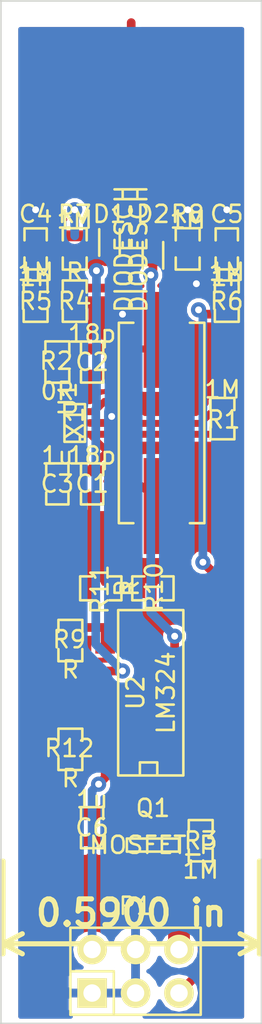
<source format=kicad_pcb>
(kicad_pcb (version 4) (host pcbnew "(2015-02-02 BZR 5402)-product")

  (general
    (links 52)
    (no_connects 0)
    (area 149.809999 77.419999 165.150001 137.210001)
    (thickness 1.6)
    (drawings 11)
    (tracks 170)
    (zones 0)
    (modules 25)
    (nets 20)
  )

  (page A4)
  (layers
    (0 F.Cu signal)
    (31 B.Cu signal)
    (32 B.Adhes user)
    (33 F.Adhes user)
    (34 B.Paste user)
    (35 F.Paste user)
    (36 B.SilkS user)
    (37 F.SilkS user)
    (38 B.Mask user)
    (39 F.Mask user)
    (40 Dwgs.User user)
    (41 Cmts.User user)
    (42 Eco1.User user)
    (43 Eco2.User user)
    (44 Edge.Cuts user)
    (45 Margin user)
    (46 B.CrtYd user)
    (47 F.CrtYd user)
    (48 B.Fab user)
    (49 F.Fab user)
  )

  (setup
    (last_trace_width 0.508)
    (user_trace_width 0.4064)
    (user_trace_width 0.508)
    (user_trace_width 1.27)
    (trace_clearance 0.2286)
    (zone_clearance 0.2286)
    (zone_45_only no)
    (trace_min 0.254)
    (segment_width 0.2)
    (edge_width 0.1)
    (via_size 0.889)
    (via_drill 0.4)
    (via_min_size 0.889)
    (via_min_drill 0.4)
    (uvia_size 0.508)
    (uvia_drill 0.127)
    (uvias_allowed no)
    (uvia_min_size 0.4572)
    (uvia_min_drill 0.127)
    (pcb_text_width 0.3)
    (pcb_text_size 1.5 1.5)
    (mod_edge_width 0.15)
    (mod_text_size 1 1)
    (mod_text_width 0.15)
    (pad_size 1.5 1.5)
    (pad_drill 0.6)
    (pad_to_mask_clearance 0)
    (aux_axis_origin 0 0)
    (visible_elements FFFEFF7F)
    (pcbplotparams
      (layerselection 0x00030_80000001)
      (usegerberextensions false)
      (excludeedgelayer true)
      (linewidth 0.100000)
      (plotframeref false)
      (viasonmask false)
      (mode 1)
      (useauxorigin false)
      (hpglpennumber 1)
      (hpglpenspeed 20)
      (hpglpendiameter 15)
      (hpglpenoverlay 2)
      (psnegative false)
      (psa4output false)
      (plotreference true)
      (plotvalue true)
      (plotinvisibletext false)
      (padsonsilk false)
      (subtractmaskfromsilk false)
      (outputformat 1)
      (mirror false)
      (drillshape 1)
      (scaleselection 1)
      (outputdirectory ""))
  )

  (net 0 "")
  (net 1 "Net-(C1-Pad1)")
  (net 2 GND)
  (net 3 "Net-(C2-Pad1)")
  (net 4 VCC)
  (net 5 /SENSE_LOW)
  (net 6 /SENSE_HIGH)
  (net 7 /SENSOR_TRACK)
  (net 8 /~ENABLE)
  (net 9 VDD)
  (net 10 "Net-(R1-Pad1)")
  (net 11 "Net-(R4-Pad2)")
  (net 12 "Net-(R12-Pad2)")
  (net 13 "Net-(R9-Pad2)")
  (net 14 "Net-(R10-Pad1)")
  (net 15 "Net-(R10-Pad2)")
  (net 16 /OUT)
  (net 17 "Net-(U2-Pad1)")
  (net 18 "Net-(U2-Pad2)")
  (net 19 "Net-(U2-Pad3)")

  (net_class Default "This is the default net class."
    (clearance 0.2286)
    (trace_width 0.254)
    (via_dia 0.889)
    (via_drill 0.4)
    (uvia_dia 0.508)
    (uvia_drill 0.127)
    (add_net /OUT)
    (add_net /SENSE_HIGH)
    (add_net /SENSE_LOW)
    (add_net /SENSOR_TRACK)
    (add_net /~ENABLE)
    (add_net GND)
    (add_net "Net-(C1-Pad1)")
    (add_net "Net-(C2-Pad1)")
    (add_net "Net-(R1-Pad1)")
    (add_net "Net-(R10-Pad1)")
    (add_net "Net-(R10-Pad2)")
    (add_net "Net-(R12-Pad2)")
    (add_net "Net-(R4-Pad2)")
    (add_net "Net-(R9-Pad2)")
    (add_net "Net-(U2-Pad1)")
    (add_net "Net-(U2-Pad2)")
    (add_net "Net-(U2-Pad3)")
    (add_net VCC)
    (add_net VDD)
  )

  (module SMD_Packages:SMD-0603_c placed (layer F.Cu) (tedit 54D226C6) (tstamp 54D22707)
    (at 155.194 105.664 270)
    (path /54D21881)
    (attr smd)
    (fp_text reference C1 (at 0 0 360) (layer F.SilkS)
      (effects (font (size 1 1) (thickness 0.15)))
    )
    (fp_text value 18p (at -1.651 0 360) (layer F.SilkS)
      (effects (font (size 1 1) (thickness 0.15)))
    )
    (fp_line (start 0.50038 0.65024) (end 1.19888 0.65024) (layer F.SilkS) (width 0.15))
    (fp_line (start -0.50038 0.65024) (end -1.19888 0.65024) (layer F.SilkS) (width 0.15))
    (fp_line (start 0.50038 -0.65024) (end 1.19888 -0.65024) (layer F.SilkS) (width 0.15))
    (fp_line (start -1.19888 -0.65024) (end -0.50038 -0.65024) (layer F.SilkS) (width 0.15))
    (fp_line (start 1.19888 -0.635) (end 1.19888 0.635) (layer F.SilkS) (width 0.15))
    (fp_line (start -1.19888 0.635) (end -1.19888 -0.635) (layer F.SilkS) (width 0.15))
    (pad 1 smd rect (at -0.762 0 270) (size 0.635 1.143) (layers F.Cu F.Paste F.Mask)
      (net 1 "Net-(C1-Pad1)"))
    (pad 2 smd rect (at 0.762 0 270) (size 0.635 1.143) (layers F.Cu F.Paste F.Mask)
      (net 2 GND))
    (model Capacitors_SMD/C_0603.wrl
      (at (xyz 0 0 0.001))
      (scale (xyz 1 1 1))
      (rotate (xyz 0 0 0))
    )
  )

  (module Transistors_SMD:sc70-6 placed (layer F.Cu) (tedit 54D226C6) (tstamp 54D22776)
    (at 154.178 102.108 90)
    (descr SC70-6)
    (path /54D21739)
    (attr smd)
    (fp_text reference U1 (at 1.4 -0.4 90) (layer F.SilkS)
      (effects (font (size 1 1) (thickness 0.15)))
    )
    (fp_text value NC7WZU04P6 (at 2.2 0.2 90) (layer F.SilkS) hide
      (effects (font (size 1 1) (thickness 0.15)))
    )
    (fp_line (start -1.1 0.3) (end -0.8 0.3) (layer F.SilkS) (width 0.15))
    (fp_line (start -0.8 0.3) (end -0.8 0.6) (layer F.SilkS) (width 0.15))
    (fp_line (start 1.1 0.6) (end 1.1 -0.6) (layer F.SilkS) (width 0.15))
    (fp_line (start -1.1 -0.6) (end -1.1 0.6) (layer F.SilkS) (width 0.15))
    (fp_line (start -1.1 0.6) (end 1.1 0.6) (layer F.SilkS) (width 0.15))
    (fp_line (start 1.1 -0.6) (end -1.1 -0.6) (layer F.SilkS) (width 0.15))
    (pad 1 smd rect (at -0.6604 1.016 90) (size 0.4064 0.6604) (layers F.Cu F.Paste F.Mask)
      (net 1 "Net-(C1-Pad1)"))
    (pad 3 smd rect (at 0.6604 1.016 90) (size 0.4064 0.6604) (layers F.Cu F.Paste F.Mask)
      (net 10 "Net-(R1-Pad1)"))
    (pad 2 smd rect (at 0 1.016 90) (size 0.4064 0.6604) (layers F.Cu F.Paste F.Mask)
      (net 2 GND))
    (pad 4 smd rect (at 0.6604 -1.016 90) (size 0.4064 0.6604) (layers F.Cu F.Paste F.Mask)
      (net 11 "Net-(R4-Pad2)"))
    (pad 6 smd rect (at -0.6604 -1.016 90) (size 0.4064 0.6604) (layers F.Cu F.Paste F.Mask)
      (net 10 "Net-(R1-Pad1)"))
    (pad 5 smd rect (at 0 -1.016 90) (size 0.4064 0.6604) (layers F.Cu F.Paste F.Mask)
      (net 4 VCC))
    (model Transistors_SMD/sc70-6.wrl
      (at (xyz 0 0 0))
      (scale (xyz 1 1 1))
      (rotate (xyz 0 0 0))
    )
  )

  (module SMD_Packages:SMD-0603_r placed (layer F.Cu) (tedit 54D226C6) (tstamp 54D22742)
    (at 162.814 101.854 270)
    (path /54D2193D)
    (attr smd)
    (fp_text reference R1 (at 0.0635 -0.0635 360) (layer F.SilkS)
      (effects (font (size 1 1) (thickness 0.15)))
    )
    (fp_text value 1M (at -1.69926 0 360) (layer F.SilkS)
      (effects (font (size 1 1) (thickness 0.15)))
    )
    (fp_line (start -0.50038 -0.6985) (end -1.2065 -0.6985) (layer F.SilkS) (width 0.15))
    (fp_line (start -1.2065 -0.6985) (end -1.2065 0.6985) (layer F.SilkS) (width 0.15))
    (fp_line (start -1.2065 0.6985) (end -0.50038 0.6985) (layer F.SilkS) (width 0.15))
    (fp_line (start 1.2065 -0.6985) (end 0.50038 -0.6985) (layer F.SilkS) (width 0.15))
    (fp_line (start 1.2065 -0.6985) (end 1.2065 0.6985) (layer F.SilkS) (width 0.15))
    (fp_line (start 1.2065 0.6985) (end 0.50038 0.6985) (layer F.SilkS) (width 0.15))
    (pad 1 smd rect (at -0.762 0 270) (size 0.635 1.143) (layers F.Cu F.Paste F.Mask)
      (net 10 "Net-(R1-Pad1)"))
    (pad 2 smd rect (at 0.762 0 270) (size 0.635 1.143) (layers F.Cu F.Paste F.Mask)
      (net 1 "Net-(C1-Pad1)"))
    (model Resistors_SMD/R_0603.wrl
      (at (xyz 0 0 0.001))
      (scale (xyz 1 1 1))
      (rotate (xyz 0 0 0))
    )
  )

  (module SMD_Packages:SMD-0603_c placed (layer F.Cu) (tedit 54D226C6) (tstamp 54D22713)
    (at 153.162 105.664 270)
    (path /54D21E5C)
    (attr smd)
    (fp_text reference C3 (at 0 0 360) (layer F.SilkS)
      (effects (font (size 1 1) (thickness 0.15)))
    )
    (fp_text value 1u (at -1.651 0 360) (layer F.SilkS)
      (effects (font (size 1 1) (thickness 0.15)))
    )
    (fp_line (start 0.50038 0.65024) (end 1.19888 0.65024) (layer F.SilkS) (width 0.15))
    (fp_line (start -0.50038 0.65024) (end -1.19888 0.65024) (layer F.SilkS) (width 0.15))
    (fp_line (start 0.50038 -0.65024) (end 1.19888 -0.65024) (layer F.SilkS) (width 0.15))
    (fp_line (start -1.19888 -0.65024) (end -0.50038 -0.65024) (layer F.SilkS) (width 0.15))
    (fp_line (start 1.19888 -0.635) (end 1.19888 0.635) (layer F.SilkS) (width 0.15))
    (fp_line (start -1.19888 0.635) (end -1.19888 -0.635) (layer F.SilkS) (width 0.15))
    (pad 1 smd rect (at -0.762 0 270) (size 0.635 1.143) (layers F.Cu F.Paste F.Mask)
      (net 4 VCC))
    (pad 2 smd rect (at 0.762 0 270) (size 0.635 1.143) (layers F.Cu F.Paste F.Mask)
      (net 2 GND))
    (model Capacitors_SMD/C_0603.wrl
      (at (xyz 0 0 0.001))
      (scale (xyz 1 1 1))
      (rotate (xyz 0 0 0))
    )
  )

  (module Crystals:Crystal_HC49-SD_SMD placed (layer F.Cu) (tedit 54D226C6) (tstamp 54D2277C)
    (at 159.258 102.108 90)
    (descr "Crystal, Quarz, HC49-SD, SMD,")
    (tags "Crystal, Quarz, HC49-SD, SMD,")
    (path /54D213EA)
    (attr smd)
    (fp_text reference X1 (at 0 -5.08 90) (layer F.SilkS)
      (effects (font (size 1 1) (thickness 0.15)))
    )
    (fp_text value 16MHz (at 2.54 5.08 90) (layer F.SilkS) hide
      (effects (font (size 1 1) (thickness 0.15)))
    )
    (fp_circle (center 0 0) (end 0.8509 0) (layer F.Adhes) (width 0.381))
    (fp_circle (center 0 0) (end 0.50038 0) (layer F.Adhes) (width 0.381))
    (fp_circle (center 0 0) (end 0.14986 0.0508) (layer F.Adhes) (width 0.381))
    (fp_line (start -5.84962 2.49936) (end 5.84962 2.49936) (layer F.SilkS) (width 0.15))
    (fp_line (start 5.84962 -2.49936) (end -5.84962 -2.49936) (layer F.SilkS) (width 0.15))
    (fp_line (start 5.84962 2.49936) (end 5.84962 1.651) (layer F.SilkS) (width 0.15))
    (fp_line (start 5.84962 -2.49936) (end 5.84962 -1.651) (layer F.SilkS) (width 0.15))
    (fp_line (start -5.84962 2.49936) (end -5.84962 1.651) (layer F.SilkS) (width 0.15))
    (fp_line (start -5.84962 -2.49936) (end -5.84962 -1.651) (layer F.SilkS) (width 0.15))
    (pad 1 smd rect (at -4.84886 0 90) (size 5.6007 2.10058) (layers F.Cu F.Paste F.Mask)
      (net 1 "Net-(C1-Pad1)"))
    (pad 2 smd rect (at 4.84886 0 90) (size 5.6007 2.10058) (layers F.Cu F.Paste F.Mask)
      (net 3 "Net-(C2-Pad1)"))
    (model ../../usr/local/share/kicad/modules/packages3d/Crystals_Oscillators_SMD/Q_49U3HMS.wrl
      (at (xyz 0 0 0))
      (scale (xyz 1 1 1))
      (rotate (xyz 0 0 0))
    )
  )

  (module SMD_Packages:SMD-0603_c placed (layer F.Cu) (tedit 54D226C6) (tstamp 54D2270D)
    (at 155.194 98.552 270)
    (path /54D218DE)
    (attr smd)
    (fp_text reference C2 (at 0 0 360) (layer F.SilkS)
      (effects (font (size 1 1) (thickness 0.15)))
    )
    (fp_text value 18p (at -1.651 0 360) (layer F.SilkS)
      (effects (font (size 1 1) (thickness 0.15)))
    )
    (fp_line (start 0.50038 0.65024) (end 1.19888 0.65024) (layer F.SilkS) (width 0.15))
    (fp_line (start -0.50038 0.65024) (end -1.19888 0.65024) (layer F.SilkS) (width 0.15))
    (fp_line (start 0.50038 -0.65024) (end 1.19888 -0.65024) (layer F.SilkS) (width 0.15))
    (fp_line (start -1.19888 -0.65024) (end -0.50038 -0.65024) (layer F.SilkS) (width 0.15))
    (fp_line (start 1.19888 -0.635) (end 1.19888 0.635) (layer F.SilkS) (width 0.15))
    (fp_line (start -1.19888 0.635) (end -1.19888 -0.635) (layer F.SilkS) (width 0.15))
    (pad 1 smd rect (at -0.762 0 270) (size 0.635 1.143) (layers F.Cu F.Paste F.Mask)
      (net 3 "Net-(C2-Pad1)"))
    (pad 2 smd rect (at 0.762 0 270) (size 0.635 1.143) (layers F.Cu F.Paste F.Mask)
      (net 2 GND))
    (model Capacitors_SMD/C_0603.wrl
      (at (xyz 0 0 0.001))
      (scale (xyz 1 1 1))
      (rotate (xyz 0 0 0))
    )
  )

  (module SMD_Packages:SMD-0603_r placed (layer F.Cu) (tedit 54D226C6) (tstamp 54D22748)
    (at 153.162 98.552 90)
    (path /54D21994)
    (attr smd)
    (fp_text reference R2 (at 0.0635 -0.0635 180) (layer F.SilkS)
      (effects (font (size 1 1) (thickness 0.15)))
    )
    (fp_text value 0R (at -1.69926 0 180) (layer F.SilkS)
      (effects (font (size 1 1) (thickness 0.15)))
    )
    (fp_line (start -0.50038 -0.6985) (end -1.2065 -0.6985) (layer F.SilkS) (width 0.15))
    (fp_line (start -1.2065 -0.6985) (end -1.2065 0.6985) (layer F.SilkS) (width 0.15))
    (fp_line (start -1.2065 0.6985) (end -0.50038 0.6985) (layer F.SilkS) (width 0.15))
    (fp_line (start 1.2065 -0.6985) (end 0.50038 -0.6985) (layer F.SilkS) (width 0.15))
    (fp_line (start 1.2065 -0.6985) (end 1.2065 0.6985) (layer F.SilkS) (width 0.15))
    (fp_line (start 1.2065 0.6985) (end 0.50038 0.6985) (layer F.SilkS) (width 0.15))
    (pad 1 smd rect (at -0.762 0 90) (size 0.635 1.143) (layers F.Cu F.Paste F.Mask)
      (net 10 "Net-(R1-Pad1)"))
    (pad 2 smd rect (at 0.762 0 90) (size 0.635 1.143) (layers F.Cu F.Paste F.Mask)
      (net 3 "Net-(C2-Pad1)"))
    (model Resistors_SMD/R_0603.wrl
      (at (xyz 0 0 0.001))
      (scale (xyz 1 1 1))
      (rotate (xyz 0 0 0))
    )
  )

  (module SMD_Packages:SMD-0603_r placed (layer F.Cu) (tedit 54D226C6) (tstamp 54D24D89)
    (at 154.178 94.996 270)
    (path /54D2209D)
    (attr smd)
    (fp_text reference R4 (at 0 0 360) (layer F.SilkS)
      (effects (font (size 1 1) (thickness 0.15)))
    )
    (fp_text value R (at -1.69926 0 360) (layer F.SilkS)
      (effects (font (size 1 1) (thickness 0.15)))
    )
    (fp_line (start -0.50038 -0.6985) (end -1.2065 -0.6985) (layer F.SilkS) (width 0.15))
    (fp_line (start -1.2065 -0.6985) (end -1.2065 0.6985) (layer F.SilkS) (width 0.15))
    (fp_line (start -1.2065 0.6985) (end -0.50038 0.6985) (layer F.SilkS) (width 0.15))
    (fp_line (start 1.2065 -0.6985) (end 0.50038 -0.6985) (layer F.SilkS) (width 0.15))
    (fp_line (start 1.2065 -0.6985) (end 1.2065 0.6985) (layer F.SilkS) (width 0.15))
    (fp_line (start 1.2065 0.6985) (end 0.50038 0.6985) (layer F.SilkS) (width 0.15))
    (pad 1 smd rect (at -0.762 0 270) (size 0.635 1.143) (layers F.Cu F.Paste F.Mask)
      (net 7 /SENSOR_TRACK))
    (pad 2 smd rect (at 0.762 0 270) (size 0.635 1.143) (layers F.Cu F.Paste F.Mask)
      (net 11 "Net-(R4-Pad2)"))
    (model Resistors_SMD/R_0603.wrl
      (at (xyz 0 0 0.001))
      (scale (xyz 1 1 1))
      (rotate (xyz 0 0 0))
    )
  )

  (module SMD_Packages:SMD-0603_c placed (layer F.Cu) (tedit 54D226C6) (tstamp 54D22719)
    (at 151.892 91.948 90)
    (path /54D2222A)
    (attr smd)
    (fp_text reference C4 (at 2.032 0 180) (layer F.SilkS)
      (effects (font (size 1 1) (thickness 0.15)))
    )
    (fp_text value 1n (at -1.651 0 180) (layer F.SilkS)
      (effects (font (size 1 1) (thickness 0.15)))
    )
    (fp_line (start 0.50038 0.65024) (end 1.19888 0.65024) (layer F.SilkS) (width 0.15))
    (fp_line (start -0.50038 0.65024) (end -1.19888 0.65024) (layer F.SilkS) (width 0.15))
    (fp_line (start 0.50038 -0.65024) (end 1.19888 -0.65024) (layer F.SilkS) (width 0.15))
    (fp_line (start -1.19888 -0.65024) (end -0.50038 -0.65024) (layer F.SilkS) (width 0.15))
    (fp_line (start 1.19888 -0.635) (end 1.19888 0.635) (layer F.SilkS) (width 0.15))
    (fp_line (start -1.19888 0.635) (end -1.19888 -0.635) (layer F.SilkS) (width 0.15))
    (pad 1 smd rect (at -0.762 0 90) (size 0.635 1.143) (layers F.Cu F.Paste F.Mask)
      (net 5 /SENSE_LOW))
    (pad 2 smd rect (at 0.762 0 90) (size 0.635 1.143) (layers F.Cu F.Paste F.Mask)
      (net 2 GND))
    (model Capacitors_SMD/C_0603.wrl
      (at (xyz 0 0 0))
      (scale (xyz 1 1 1))
      (rotate (xyz 0 0 0))
    )
  )

  (module SMD_Packages:SMD-0603_c placed (layer F.Cu) (tedit 54D226C6) (tstamp 54D2271F)
    (at 163.068 91.948 90)
    (path /54D22484)
    (attr smd)
    (fp_text reference C5 (at 2.032 0 180) (layer F.SilkS)
      (effects (font (size 1 1) (thickness 0.15)))
    )
    (fp_text value 1n (at -1.651 0 180) (layer F.SilkS)
      (effects (font (size 1 1) (thickness 0.15)))
    )
    (fp_line (start 0.50038 0.65024) (end 1.19888 0.65024) (layer F.SilkS) (width 0.15))
    (fp_line (start -0.50038 0.65024) (end -1.19888 0.65024) (layer F.SilkS) (width 0.15))
    (fp_line (start 0.50038 -0.65024) (end 1.19888 -0.65024) (layer F.SilkS) (width 0.15))
    (fp_line (start -1.19888 -0.65024) (end -0.50038 -0.65024) (layer F.SilkS) (width 0.15))
    (fp_line (start 1.19888 -0.635) (end 1.19888 0.635) (layer F.SilkS) (width 0.15))
    (fp_line (start -1.19888 0.635) (end -1.19888 -0.635) (layer F.SilkS) (width 0.15))
    (pad 1 smd rect (at -0.762 0 90) (size 0.635 1.143) (layers F.Cu F.Paste F.Mask)
      (net 6 /SENSE_HIGH))
    (pad 2 smd rect (at 0.762 0 90) (size 0.635 1.143) (layers F.Cu F.Paste F.Mask)
      (net 2 GND))
    (model Capacitors_SMD/C_0603.wrl
      (at (xyz 0 0 0.001))
      (scale (xyz 1 1 1))
      (rotate (xyz 0 0 0))
    )
  )

  (module Pin_Headers:Pin_Header_Straight_2x03 placed (layer F.Cu) (tedit 54D226C6) (tstamp 54D22735)
    (at 157.734 134.112)
    (descr "Through hole pin header")
    (tags "pin header")
    (path /54D22B40)
    (fp_text reference P1 (at 0 -3.81) (layer F.SilkS)
      (effects (font (size 1 1) (thickness 0.15)))
    )
    (fp_text value CONN_01X06 (at 0 0) (layer F.SilkS) hide
      (effects (font (size 1 1) (thickness 0.15)))
    )
    (fp_line (start -3.81 0) (end -1.27 0) (layer F.SilkS) (width 0.15))
    (fp_line (start -1.27 0) (end -1.27 2.54) (layer F.SilkS) (width 0.15))
    (fp_line (start -3.81 2.54) (end 3.81 2.54) (layer F.SilkS) (width 0.15))
    (fp_line (start 3.81 2.54) (end 3.81 -2.54) (layer F.SilkS) (width 0.15))
    (fp_line (start 3.81 -2.54) (end -1.27 -2.54) (layer F.SilkS) (width 0.15))
    (fp_line (start -3.81 2.54) (end -3.81 0) (layer F.SilkS) (width 0.15))
    (fp_line (start -3.81 -2.54) (end -3.81 0) (layer F.SilkS) (width 0.15))
    (fp_line (start -1.27 -2.54) (end -3.81 -2.54) (layer F.SilkS) (width 0.15))
    (pad 1 thru_hole rect (at -2.54 1.27) (size 1.7272 1.7272) (drill 1.016) (layers *.Cu *.Mask F.SilkS)
      (net 2 GND))
    (pad 2 thru_hole oval (at -2.54 -1.27) (size 1.7272 1.7272) (drill 1.016) (layers *.Cu *.Mask F.SilkS)
      (net 16 /OUT))
    (pad 3 thru_hole oval (at 0 1.27) (size 1.7272 1.7272) (drill 1.016) (layers *.Cu *.Mask F.SilkS)
      (net 2 GND))
    (pad 4 thru_hole oval (at 0 -1.27) (size 1.7272 1.7272) (drill 1.016) (layers *.Cu *.Mask F.SilkS)
      (net 2 GND))
    (pad 5 thru_hole oval (at 2.54 1.27) (size 1.7272 1.7272) (drill 1.016) (layers *.Cu *.Mask F.SilkS)
      (net 8 /~ENABLE))
    (pad 6 thru_hole oval (at 2.54 -1.27) (size 1.7272 1.7272) (drill 1.016) (layers *.Cu *.Mask F.SilkS)
      (net 9 VDD))
    (model Pin_Headers/Pin_Header_Straight_2x03.wrl
      (at (xyz 0 0 0))
      (scale (xyz 1 1 1))
      (rotate (xyz 0 0 0))
    )
  )

  (module SMD_Packages:SOT-23-GDS placed (layer F.Cu) (tedit 54D226C6) (tstamp 54D2AE9D)
    (at 158.75 126.746)
    (descr "Module CMS SOT23 Transistore EBC")
    (tags "CMS SOT")
    (path /54D22CB3)
    (attr smd)
    (fp_text reference Q1 (at 0 -2.159) (layer F.SilkS)
      (effects (font (size 1 1) (thickness 0.15)))
    )
    (fp_text value MOSFET_P (at 0 0) (layer F.SilkS)
      (effects (font (size 1 1) (thickness 0.15)))
    )
    (fp_line (start -1.524 -0.381) (end 1.524 -0.381) (layer F.SilkS) (width 0.15))
    (fp_line (start 1.524 -0.381) (end 1.524 0.381) (layer F.SilkS) (width 0.15))
    (fp_line (start 1.524 0.381) (end -1.524 0.381) (layer F.SilkS) (width 0.15))
    (fp_line (start -1.524 0.381) (end -1.524 -0.381) (layer F.SilkS) (width 0.15))
    (pad S smd rect (at -0.889 -1.016) (size 0.9144 0.9144) (layers F.Cu F.Paste F.Mask)
      (net 4 VCC))
    (pad G smd rect (at 0.889 -1.016) (size 0.9144 0.9144) (layers F.Cu F.Paste F.Mask)
      (net 8 /~ENABLE))
    (pad D smd rect (at 0 1.016) (size 0.9144 0.9144) (layers F.Cu F.Paste F.Mask)
      (net 9 VDD))
    (model SMD_Packages/SOT-23-GDS.wrl
      (at (xyz 0 0 0))
      (scale (xyz 0.13 0.15 0.15))
      (rotate (xyz 0 0 0))
    )
  )

  (module SMD_Packages:SMD-0603_r placed (layer F.Cu) (tedit 54D226C6) (tstamp 54D2AE91)
    (at 161.544 126.492 90)
    (path /54D22EA4)
    (attr smd)
    (fp_text reference R3 (at 0 0 180) (layer F.SilkS)
      (effects (font (size 1 1) (thickness 0.15)))
    )
    (fp_text value 1M (at -1.69926 0 180) (layer F.SilkS)
      (effects (font (size 1 1) (thickness 0.15)))
    )
    (fp_line (start -0.50038 -0.6985) (end -1.2065 -0.6985) (layer F.SilkS) (width 0.15))
    (fp_line (start -1.2065 -0.6985) (end -1.2065 0.6985) (layer F.SilkS) (width 0.15))
    (fp_line (start -1.2065 0.6985) (end -0.50038 0.6985) (layer F.SilkS) (width 0.15))
    (fp_line (start 1.2065 -0.6985) (end 0.50038 -0.6985) (layer F.SilkS) (width 0.15))
    (fp_line (start 1.2065 -0.6985) (end 1.2065 0.6985) (layer F.SilkS) (width 0.15))
    (fp_line (start 1.2065 0.6985) (end 0.50038 0.6985) (layer F.SilkS) (width 0.15))
    (pad 1 smd rect (at -0.762 0 90) (size 0.635 1.143) (layers F.Cu F.Paste F.Mask)
      (net 9 VDD))
    (pad 2 smd rect (at 0.762 0 90) (size 0.635 1.143) (layers F.Cu F.Paste F.Mask)
      (net 8 /~ENABLE))
    (model Resistors_SMD/R_0603.wrl
      (at (xyz 0 0 0.001))
      (scale (xyz 1 1 1))
      (rotate (xyz 0 0 0))
    )
  )

  (module SMD_Packages:SMD-0603_r placed (layer F.Cu) (tedit 54D226C6) (tstamp 54D2275A)
    (at 151.892 94.996 270)
    (path /54D22174)
    (attr smd)
    (fp_text reference R5 (at 0 0 360) (layer F.SilkS)
      (effects (font (size 1 1) (thickness 0.15)))
    )
    (fp_text value 1M (at -1.69926 0 360) (layer F.SilkS)
      (effects (font (size 1 1) (thickness 0.15)))
    )
    (fp_line (start -0.50038 -0.6985) (end -1.2065 -0.6985) (layer F.SilkS) (width 0.15))
    (fp_line (start -1.2065 -0.6985) (end -1.2065 0.6985) (layer F.SilkS) (width 0.15))
    (fp_line (start -1.2065 0.6985) (end -0.50038 0.6985) (layer F.SilkS) (width 0.15))
    (fp_line (start 1.2065 -0.6985) (end 0.50038 -0.6985) (layer F.SilkS) (width 0.15))
    (fp_line (start 1.2065 -0.6985) (end 1.2065 0.6985) (layer F.SilkS) (width 0.15))
    (fp_line (start 1.2065 0.6985) (end 0.50038 0.6985) (layer F.SilkS) (width 0.15))
    (pad 1 smd rect (at -0.762 0 270) (size 0.635 1.143) (layers F.Cu F.Paste F.Mask)
      (net 5 /SENSE_LOW))
    (pad 2 smd rect (at 0.762 0 270) (size 0.635 1.143) (layers F.Cu F.Paste F.Mask)
      (net 4 VCC))
    (model Resistors_SMD/R_0603.wrl
      (at (xyz 0 0 0.001))
      (scale (xyz 1 1 1))
      (rotate (xyz 0 0 0))
    )
  )

  (module SMD_Packages:SMD-0603_r placed (layer F.Cu) (tedit 54D226C6) (tstamp 54D22760)
    (at 163.068 94.996 270)
    (path /54D2252C)
    (attr smd)
    (fp_text reference R6 (at 0 0 360) (layer F.SilkS)
      (effects (font (size 1 1) (thickness 0.15)))
    )
    (fp_text value 1M (at -1.69926 0 360) (layer F.SilkS)
      (effects (font (size 1 1) (thickness 0.15)))
    )
    (fp_line (start -0.50038 -0.6985) (end -1.2065 -0.6985) (layer F.SilkS) (width 0.15))
    (fp_line (start -1.2065 -0.6985) (end -1.2065 0.6985) (layer F.SilkS) (width 0.15))
    (fp_line (start -1.2065 0.6985) (end -0.50038 0.6985) (layer F.SilkS) (width 0.15))
    (fp_line (start 1.2065 -0.6985) (end 0.50038 -0.6985) (layer F.SilkS) (width 0.15))
    (fp_line (start 1.2065 -0.6985) (end 1.2065 0.6985) (layer F.SilkS) (width 0.15))
    (fp_line (start 1.2065 0.6985) (end 0.50038 0.6985) (layer F.SilkS) (width 0.15))
    (pad 1 smd rect (at -0.762 0 270) (size 0.635 1.143) (layers F.Cu F.Paste F.Mask)
      (net 6 /SENSE_HIGH))
    (pad 2 smd rect (at 0.762 0 270) (size 0.635 1.143) (layers F.Cu F.Paste F.Mask)
      (net 4 VCC))
    (model Resistors_SMD/R_0603.wrl
      (at (xyz 0 0 0.001))
      (scale (xyz 1 1 1))
      (rotate (xyz 0 0 0))
    )
  )

  (module SMD_Packages:SMD-0603_r placed (layer F.Cu) (tedit 54D226C6) (tstamp 54D22766)
    (at 154.178 91.948 270)
    (path /54D222F8)
    (attr smd)
    (fp_text reference R7 (at -2.032 0 360) (layer F.SilkS)
      (effects (font (size 1 1) (thickness 0.15)))
    )
    (fp_text value 1M (at -1.69926 0 360) (layer F.SilkS)
      (effects (font (size 1 1) (thickness 0.15)))
    )
    (fp_line (start -0.50038 -0.6985) (end -1.2065 -0.6985) (layer F.SilkS) (width 0.15))
    (fp_line (start -1.2065 -0.6985) (end -1.2065 0.6985) (layer F.SilkS) (width 0.15))
    (fp_line (start -1.2065 0.6985) (end -0.50038 0.6985) (layer F.SilkS) (width 0.15))
    (fp_line (start 1.2065 -0.6985) (end 0.50038 -0.6985) (layer F.SilkS) (width 0.15))
    (fp_line (start 1.2065 -0.6985) (end 1.2065 0.6985) (layer F.SilkS) (width 0.15))
    (fp_line (start 1.2065 0.6985) (end 0.50038 0.6985) (layer F.SilkS) (width 0.15))
    (pad 1 smd rect (at -0.762 0 270) (size 0.635 1.143) (layers F.Cu F.Paste F.Mask)
      (net 2 GND))
    (pad 2 smd rect (at 0.762 0 270) (size 0.635 1.143) (layers F.Cu F.Paste F.Mask)
      (net 5 /SENSE_LOW))
    (model Resistors_SMD/R_0603.wrl
      (at (xyz 0 0 0.001))
      (scale (xyz 1 1 1))
      (rotate (xyz 0 0 0))
    )
  )

  (module SMD_Packages:SMD-0603_r placed (layer F.Cu) (tedit 54D226C6) (tstamp 54D2276C)
    (at 160.782 91.948 270)
    (path /54D221C8)
    (attr smd)
    (fp_text reference R8 (at -2.032 0 360) (layer F.SilkS)
      (effects (font (size 1 1) (thickness 0.15)))
    )
    (fp_text value 1M (at -1.69926 0 360) (layer F.SilkS)
      (effects (font (size 1 1) (thickness 0.15)))
    )
    (fp_line (start -0.50038 -0.6985) (end -1.2065 -0.6985) (layer F.SilkS) (width 0.15))
    (fp_line (start -1.2065 -0.6985) (end -1.2065 0.6985) (layer F.SilkS) (width 0.15))
    (fp_line (start -1.2065 0.6985) (end -0.50038 0.6985) (layer F.SilkS) (width 0.15))
    (fp_line (start 1.2065 -0.6985) (end 0.50038 -0.6985) (layer F.SilkS) (width 0.15))
    (fp_line (start 1.2065 -0.6985) (end 1.2065 0.6985) (layer F.SilkS) (width 0.15))
    (fp_line (start 1.2065 0.6985) (end 0.50038 0.6985) (layer F.SilkS) (width 0.15))
    (pad 1 smd rect (at -0.762 0 270) (size 0.635 1.143) (layers F.Cu F.Paste F.Mask)
      (net 2 GND))
    (pad 2 smd rect (at 0.762 0 270) (size 0.635 1.143) (layers F.Cu F.Paste F.Mask)
      (net 6 /SENSE_HIGH))
    (model Resistors_SMD/R_0603.wrl
      (at (xyz 0 0 0.001))
      (scale (xyz 1 1 1))
      (rotate (xyz 0 0 0))
    )
  )

  (module SMD_Packages:SMD-0603_c (layer F.Cu) (tedit 54D24E80) (tstamp 54D2AEAA)
    (at 155.194 125.73 270)
    (path /54D2428C)
    (attr smd)
    (fp_text reference C6 (at 0 0 360) (layer F.SilkS)
      (effects (font (size 1 1) (thickness 0.15)))
    )
    (fp_text value 1u (at -1.651 0 360) (layer F.SilkS)
      (effects (font (size 1 1) (thickness 0.15)))
    )
    (fp_line (start 0.50038 0.65024) (end 1.19888 0.65024) (layer F.SilkS) (width 0.15))
    (fp_line (start -0.50038 0.65024) (end -1.19888 0.65024) (layer F.SilkS) (width 0.15))
    (fp_line (start 0.50038 -0.65024) (end 1.19888 -0.65024) (layer F.SilkS) (width 0.15))
    (fp_line (start -1.19888 -0.65024) (end -0.50038 -0.65024) (layer F.SilkS) (width 0.15))
    (fp_line (start 1.19888 -0.635) (end 1.19888 0.635) (layer F.SilkS) (width 0.15))
    (fp_line (start -1.19888 0.635) (end -1.19888 -0.635) (layer F.SilkS) (width 0.15))
    (pad 1 smd rect (at -0.762 0 270) (size 0.635 1.143) (layers F.Cu F.Paste F.Mask)
      (net 4 VCC))
    (pad 2 smd rect (at 0.762 0 270) (size 0.635 1.143) (layers F.Cu F.Paste F.Mask)
      (net 2 GND))
    (model Capacitors_SMD/C_0603.wrl
      (at (xyz 0 0 0.001))
      (scale (xyz 1 1 1))
      (rotate (xyz 0 0 0))
    )
  )

  (module SMD_Packages:SOD-523 (layer F.Cu) (tedit 54D255C3) (tstamp 54D25618)
    (at 156.21 91.948 90)
    (descr "http://www.diodes.com/datasheets/ap02001.pdf p.144")
    (tags "Diode SOD523")
    (path /54D21FCD)
    (fp_text reference D1 (at 2.032 0 180) (layer F.SilkS)
      (effects (font (size 1 1) (thickness 0.15)))
    )
    (fp_text value DIODESCH (at 0 1.7 90) (layer F.SilkS)
      (effects (font (size 1 1) (thickness 0.15)))
    )
    (fp_line (start -0.4 0.6) (end 1.15 0.6) (layer F.SilkS) (width 0.15))
    (fp_line (start -0.4 -0.6) (end 1.15 -0.6) (layer F.SilkS) (width 0.15))
    (pad 1 smd rect (at -0.7 0 90) (size 0.6 0.7) (layers F.Cu F.Paste F.Mask)
      (net 5 /SENSE_LOW))
    (pad 2 smd rect (at 0.7 0 90) (size 0.6 0.7) (layers F.Cu F.Paste F.Mask)
      (net 7 /SENSOR_TRACK))
  )

  (module SMD_Packages:SOD-523 (layer F.Cu) (tedit 54D255C3) (tstamp 54D2561D)
    (at 158.75 91.948 270)
    (descr "http://www.diodes.com/datasheets/ap02001.pdf p.144")
    (tags "Diode SOD523")
    (path /54D22068)
    (fp_text reference D2 (at -2.032 0 360) (layer F.SilkS)
      (effects (font (size 1 1) (thickness 0.15)))
    )
    (fp_text value DIODESCH (at 0 1.7 270) (layer F.SilkS)
      (effects (font (size 1 1) (thickness 0.15)))
    )
    (fp_line (start -0.4 0.6) (end 1.15 0.6) (layer F.SilkS) (width 0.15))
    (fp_line (start -0.4 -0.6) (end 1.15 -0.6) (layer F.SilkS) (width 0.15))
    (pad 1 smd rect (at -0.7 0 270) (size 0.6 0.7) (layers F.Cu F.Paste F.Mask)
      (net 7 /SENSOR_TRACK))
    (pad 2 smd rect (at 0.7 0 270) (size 0.6 0.7) (layers F.Cu F.Paste F.Mask)
      (net 6 /SENSE_HIGH))
  )

  (module SMD_Packages:SMD-0603_r (layer F.Cu) (tedit 54D2ACB4) (tstamp 54D2ADC0)
    (at 153.924 114.808 90)
    (path /54D2B12F)
    (attr smd)
    (fp_text reference R9 (at 0.0635 -0.0635 180) (layer F.SilkS)
      (effects (font (size 1 1) (thickness 0.15)))
    )
    (fp_text value R (at -1.69926 0 180) (layer F.SilkS)
      (effects (font (size 1 1) (thickness 0.15)))
    )
    (fp_line (start -0.50038 -0.6985) (end -1.2065 -0.6985) (layer F.SilkS) (width 0.15))
    (fp_line (start -1.2065 -0.6985) (end -1.2065 0.6985) (layer F.SilkS) (width 0.15))
    (fp_line (start -1.2065 0.6985) (end -0.50038 0.6985) (layer F.SilkS) (width 0.15))
    (fp_line (start 1.2065 -0.6985) (end 0.50038 -0.6985) (layer F.SilkS) (width 0.15))
    (fp_line (start 1.2065 -0.6985) (end 1.2065 0.6985) (layer F.SilkS) (width 0.15))
    (fp_line (start 1.2065 0.6985) (end 0.50038 0.6985) (layer F.SilkS) (width 0.15))
    (pad 1 smd rect (at -0.762 0 90) (size 0.635 1.143) (layers F.Cu F.Paste F.Mask)
      (net 12 "Net-(R12-Pad2)"))
    (pad 2 smd rect (at 0.762 0 90) (size 0.635 1.143) (layers F.Cu F.Paste F.Mask)
      (net 13 "Net-(R9-Pad2)"))
    (model Resistors_SMD/R_0603.wrl
      (at (xyz 0 0 0.001))
      (scale (xyz 1 1 1))
      (rotate (xyz 0 0 0))
    )
  )

  (module SMD_Packages:SMD-0603_r (layer F.Cu) (tedit 54D2ACB4) (tstamp 54D2ADCC)
    (at 158.75 111.76)
    (path /54D2B156)
    (attr smd)
    (fp_text reference R10 (at 0.0635 -0.0635 90) (layer F.SilkS)
      (effects (font (size 1 1) (thickness 0.15)))
    )
    (fp_text value R (at -1.69926 0 90) (layer F.SilkS)
      (effects (font (size 1 1) (thickness 0.15)))
    )
    (fp_line (start -0.50038 -0.6985) (end -1.2065 -0.6985) (layer F.SilkS) (width 0.15))
    (fp_line (start -1.2065 -0.6985) (end -1.2065 0.6985) (layer F.SilkS) (width 0.15))
    (fp_line (start -1.2065 0.6985) (end -0.50038 0.6985) (layer F.SilkS) (width 0.15))
    (fp_line (start 1.2065 -0.6985) (end 0.50038 -0.6985) (layer F.SilkS) (width 0.15))
    (fp_line (start 1.2065 -0.6985) (end 1.2065 0.6985) (layer F.SilkS) (width 0.15))
    (fp_line (start 1.2065 0.6985) (end 0.50038 0.6985) (layer F.SilkS) (width 0.15))
    (pad 1 smd rect (at -0.762 0) (size 0.635 1.143) (layers F.Cu F.Paste F.Mask)
      (net 14 "Net-(R10-Pad1)"))
    (pad 2 smd rect (at 0.762 0) (size 0.635 1.143) (layers F.Cu F.Paste F.Mask)
      (net 15 "Net-(R10-Pad2)"))
    (model Resistors_SMD/R_0603.wrl
      (at (xyz 0 0 0.001))
      (scale (xyz 1 1 1))
      (rotate (xyz 0 0 0))
    )
  )

  (module SMD_Packages:SMD-0603_r (layer F.Cu) (tedit 54D2ACB4) (tstamp 54D2ADD8)
    (at 155.702 111.76 180)
    (path /54D2B17D)
    (attr smd)
    (fp_text reference R11 (at 0.0635 -0.0635 270) (layer F.SilkS)
      (effects (font (size 1 1) (thickness 0.15)))
    )
    (fp_text value R (at -1.69926 0 270) (layer F.SilkS)
      (effects (font (size 1 1) (thickness 0.15)))
    )
    (fp_line (start -0.50038 -0.6985) (end -1.2065 -0.6985) (layer F.SilkS) (width 0.15))
    (fp_line (start -1.2065 -0.6985) (end -1.2065 0.6985) (layer F.SilkS) (width 0.15))
    (fp_line (start -1.2065 0.6985) (end -0.50038 0.6985) (layer F.SilkS) (width 0.15))
    (fp_line (start 1.2065 -0.6985) (end 0.50038 -0.6985) (layer F.SilkS) (width 0.15))
    (fp_line (start 1.2065 -0.6985) (end 1.2065 0.6985) (layer F.SilkS) (width 0.15))
    (fp_line (start 1.2065 0.6985) (end 0.50038 0.6985) (layer F.SilkS) (width 0.15))
    (pad 1 smd rect (at -0.762 0 180) (size 0.635 1.143) (layers F.Cu F.Paste F.Mask)
      (net 14 "Net-(R10-Pad1)"))
    (pad 2 smd rect (at 0.762 0 180) (size 0.635 1.143) (layers F.Cu F.Paste F.Mask)
      (net 2 GND))
    (model Resistors_SMD/R_0603.wrl
      (at (xyz 0 0 0.001))
      (scale (xyz 1 1 1))
      (rotate (xyz 0 0 0))
    )
  )

  (module SMD_Packages:SMD-0603_r (layer F.Cu) (tedit 54D2ACB4) (tstamp 54D2ADE4)
    (at 153.924 121.158 90)
    (path /54D2B42B)
    (attr smd)
    (fp_text reference R12 (at 0.0635 -0.0635 180) (layer F.SilkS)
      (effects (font (size 1 1) (thickness 0.15)))
    )
    (fp_text value R (at -1.69926 0 180) (layer F.SilkS)
      (effects (font (size 1 1) (thickness 0.15)))
    )
    (fp_line (start -0.50038 -0.6985) (end -1.2065 -0.6985) (layer F.SilkS) (width 0.15))
    (fp_line (start -1.2065 -0.6985) (end -1.2065 0.6985) (layer F.SilkS) (width 0.15))
    (fp_line (start -1.2065 0.6985) (end -0.50038 0.6985) (layer F.SilkS) (width 0.15))
    (fp_line (start 1.2065 -0.6985) (end 0.50038 -0.6985) (layer F.SilkS) (width 0.15))
    (fp_line (start 1.2065 -0.6985) (end 1.2065 0.6985) (layer F.SilkS) (width 0.15))
    (fp_line (start 1.2065 0.6985) (end 0.50038 0.6985) (layer F.SilkS) (width 0.15))
    (pad 1 smd rect (at -0.762 0 90) (size 0.635 1.143) (layers F.Cu F.Paste F.Mask)
      (net 16 /OUT))
    (pad 2 smd rect (at 0.762 0 90) (size 0.635 1.143) (layers F.Cu F.Paste F.Mask)
      (net 12 "Net-(R12-Pad2)"))
    (model Resistors_SMD/R_0603.wrl
      (at (xyz 0 0 0.001))
      (scale (xyz 1 1 1))
      (rotate (xyz 0 0 0))
    )
  )

  (module SMD_Packages:SOIC-14_W (layer F.Cu) (tedit 54D2ACB4) (tstamp 54D2ADE5)
    (at 158.496 117.856 90)
    (descr "module CMS SOJ 14 pins etroit")
    (tags "CMS SOJ")
    (path /54D2AB47)
    (attr smd)
    (fp_text reference U2 (at 0 -0.762 90) (layer F.SilkS)
      (effects (font (size 1 1) (thickness 0.15)))
    )
    (fp_text value LM324 (at 0 1.016 90) (layer F.SilkS)
      (effects (font (size 1 1) (thickness 0.15)))
    )
    (fp_line (start -4.826 -1.778) (end 4.826 -1.778) (layer F.SilkS) (width 0.15))
    (fp_line (start 4.826 -1.778) (end 4.826 2.032) (layer F.SilkS) (width 0.15))
    (fp_line (start 4.826 2.032) (end -4.826 2.032) (layer F.SilkS) (width 0.15))
    (fp_line (start -4.826 2.032) (end -4.826 -1.778) (layer F.SilkS) (width 0.15))
    (fp_line (start -4.826 -0.508) (end -4.064 -0.508) (layer F.SilkS) (width 0.15))
    (fp_line (start -4.064 -0.508) (end -4.064 0.508) (layer F.SilkS) (width 0.15))
    (fp_line (start -4.064 0.508) (end -4.826 0.508) (layer F.SilkS) (width 0.15))
    (pad 1 smd rect (at -3.81 2.794 90) (size 0.508 1.143) (layers F.Cu F.Paste F.Mask)
      (net 17 "Net-(U2-Pad1)"))
    (pad 2 smd rect (at -2.54 2.794 90) (size 0.508 1.143) (layers F.Cu F.Paste F.Mask)
      (net 18 "Net-(U2-Pad2)"))
    (pad 3 smd rect (at -1.27 2.794 90) (size 0.508 1.143) (layers F.Cu F.Paste F.Mask)
      (net 19 "Net-(U2-Pad3)"))
    (pad 4 smd rect (at 0 2.794 90) (size 0.508 1.143) (layers F.Cu F.Paste F.Mask)
      (net 4 VCC))
    (pad 5 smd rect (at 1.27 2.794 90) (size 0.508 1.143) (layers F.Cu F.Paste F.Mask)
      (net 6 /SENSE_HIGH))
    (pad 6 smd rect (at 2.54 2.794 90) (size 0.508 1.143) (layers F.Cu F.Paste F.Mask)
      (net 15 "Net-(R10-Pad2)"))
    (pad 7 smd rect (at 3.81 2.794 90) (size 0.508 1.143) (layers F.Cu F.Paste F.Mask)
      (net 15 "Net-(R10-Pad2)"))
    (pad 8 smd rect (at 3.81 -2.54 90) (size 0.508 1.143) (layers F.Cu F.Paste F.Mask)
      (net 13 "Net-(R9-Pad2)"))
    (pad 9 smd rect (at 2.54 -2.54 90) (size 0.508 1.143) (layers F.Cu F.Paste F.Mask)
      (net 13 "Net-(R9-Pad2)"))
    (pad 10 smd rect (at 1.27 -2.54 90) (size 0.508 1.143) (layers F.Cu F.Paste F.Mask)
      (net 5 /SENSE_LOW))
    (pad 11 smd rect (at 0 -2.54 90) (size 0.508 1.143) (layers F.Cu F.Paste F.Mask)
      (net 2 GND))
    (pad 12 smd rect (at -1.27 -2.54 90) (size 0.508 1.143) (layers F.Cu F.Paste F.Mask)
      (net 14 "Net-(R10-Pad1)"))
    (pad 13 smd rect (at -2.54 -2.54 90) (size 0.508 1.143) (layers F.Cu F.Paste F.Mask)
      (net 12 "Net-(R12-Pad2)"))
    (pad 14 smd rect (at -3.81 -2.54 90) (size 0.508 1.143) (layers F.Cu F.Paste F.Mask)
      (net 16 /OUT))
    (model SMD_Packages/SOIC-14_W.wrl
      (at (xyz 0 0 0))
      (scale (xyz 0.5 0.3 0.5))
      (rotate (xyz 0 0 0))
    )
  )

  (gr_line (start 165.1 133.35) (end 165.1 137.16) (angle 90) (layer Edge.Cuts) (width 0.1))
  (gr_line (start 149.86 133.35) (end 149.86 137.16) (angle 90) (layer Edge.Cuts) (width 0.1))
  (gr_line (start 149.86 133.35) (end 149.86 130.81) (angle 90) (layer Edge.Cuts) (width 0.1))
  (gr_line (start 165.1 137.16) (end 149.86 137.16) (angle 90) (layer Edge.Cuts) (width 0.1))
  (gr_line (start 165.1 130.81) (end 165.1 133.35) (angle 90) (layer Edge.Cuts) (width 0.1))
  (gr_line (start 165.1 77.47) (end 165.1 92.71) (angle 90) (layer Edge.Cuts) (width 0.1))
  (gr_line (start 149.86 77.47) (end 165.1 77.47) (angle 90) (layer Edge.Cuts) (width 0.1))
  (gr_line (start 149.86 92.71) (end 149.86 77.47) (angle 90) (layer Edge.Cuts) (width 0.1))
  (gr_line (start 165.1 92.71) (end 165.1 130.81) (layer Edge.Cuts) (width 0.1))
  (gr_line (start 149.86 130.81) (end 149.86 92.71) (layer Edge.Cuts) (width 0.1))
  (dimension 14.986 (width 0.3) (layer F.SilkS)
    (gr_text "14,986 mm" (at 157.48 133.858) (layer F.SilkS)
      (effects (font (size 1.5 1.5) (thickness 0.3)))
    )
    (feature1 (pts (xy 164.973 127.682) (xy 164.973 135.208)))
    (feature2 (pts (xy 149.987 127.682) (xy 149.987 135.208)))
    (crossbar (pts (xy 149.987 132.508) (xy 164.973 132.508)))
    (arrow1a (pts (xy 164.973 132.508) (xy 163.846496 133.094421)))
    (arrow1b (pts (xy 164.973 132.508) (xy 163.846496 131.921579)))
    (arrow2a (pts (xy 149.987 132.508) (xy 151.113504 133.094421)))
    (arrow2b (pts (xy 149.987 132.508) (xy 151.113504 131.921579)))
  )

  (segment (start 154.178 91.186) (end 154.178 89.662) (width 0.508) (layer B.Cu) (net 0))
  (via (at 154.178 89.662) (size 0.889) (layers F.Cu B.Cu) (net 0))
  (segment (start 156.07157 103.77043) (end 159.258 106.95686) (width 0.4064) (layer F.Cu) (net 1) (tstamp 54D22E13))
  (segment (start 155.194 104.902) (end 155.194 104.648) (width 0.4064) (layer F.Cu) (net 1))
  (segment (start 155.194 102.89286) (end 156.07157 103.77043) (width 0.4064) (layer F.Cu) (net 1) (tstamp 54D22DF8))
  (segment (start 155.194 104.648) (end 156.07157 103.77043) (width 0.4064) (layer F.Cu) (net 1) (tstamp 54D22E09))
  (segment (start 155.194 102.7684) (end 155.194 102.89286) (width 0.4064) (layer F.Cu) (net 1))
  (segment (start 162.6616 102.7684) (end 162.814 102.616) (width 0.4064) (layer F.Cu) (net 1))
  (segment (start 155.194 102.7684) (end 162.6616 102.7684) (width 0.4064) (layer F.Cu) (net 1))
  (segment (start 160.782 89.662) (end 160.782 93.472) (width 0.254) (layer B.Cu) (net 2))
  (via (at 161.29 93.98) (size 0.889) (layers F.Cu B.Cu) (net 2))
  (segment (start 160.782 93.472) (end 161.29 93.98) (width 0.254) (layer B.Cu) (net 2) (tstamp 54D274F5))
  (segment (start 160.782 89.662) (end 159.512 89.662) (width 0.254) (layer B.Cu) (net 2))
  (via (at 160.782 89.662) (size 0.889) (layers F.Cu B.Cu) (net 2))
  (segment (start 160.782 91.186) (end 160.782 89.662) (width 0.508) (layer F.Cu) (net 2))
  (via (at 156.972 95.758) (size 0.889) (layers F.Cu B.Cu) (net 2))
  (segment (start 156.972 92.202) (end 156.972 95.758) (width 0.254) (layer B.Cu) (net 2) (tstamp 54D274DC))
  (segment (start 159.512 89.662) (end 156.972 92.202) (width 0.254) (layer B.Cu) (net 2) (tstamp 54D274DA))
  (segment (start 163.068 91.186) (end 163.068 89.662) (width 0.508) (layer F.Cu) (net 2))
  (via (at 163.068 89.662) (size 0.889) (layers F.Cu B.Cu) (net 2))
  (segment (start 151.892 91.186) (end 151.892 89.662) (width 0.508) (layer F.Cu) (net 2))
  (via (at 151.892 89.662) (size 0.889) (layers F.Cu B.Cu) (net 2))
  (via (at 156.337 101.727) (size 0.889) (layers F.Cu B.Cu) (net 2))
  (segment (start 155.956 102.108) (end 156.337 101.727) (width 0.4064) (layer F.Cu) (net 2))
  (segment (start 155.194 102.108) (end 155.956 102.108) (width 0.4064) (layer F.Cu) (net 2))
  (segment (start 158.72714 97.79) (end 159.258 97.25914) (width 0.4064) (layer F.Cu) (net 3) (tstamp 54D22E78))
  (segment (start 158.72714 97.536) (end 159.004 97.25914) (width 0.508) (layer F.Cu) (net 3) (tstamp 54D22A42))
  (segment (start 153.162 97.79) (end 155.194 97.79) (width 0.4064) (layer F.Cu) (net 3))
  (segment (start 155.194 97.79) (end 158.72714 97.79) (width 0.4064) (layer F.Cu) (net 3))
  (segment (start 161.29 117.856) (end 161.6075 117.856) (width 0.508) (layer F.Cu) (net 4))
  (segment (start 161.6075 117.856) (end 162.3695 117.094) (width 0.508) (layer F.Cu) (net 4))
  (segment (start 162.3695 117.094) (end 162.3695 110.9345) (width 0.508) (layer F.Cu) (net 4))
  (via (at 161.671 110.236) (size 0.889) (drill 0.4) (layers F.Cu B.Cu) (net 4))
  (segment (start 162.3695 110.9345) (end 161.671 110.236) (width 0.508) (layer F.Cu) (net 4))
  (segment (start 157.035662 119.40556) (end 158.585222 117.856) (width 0.508) (layer F.Cu) (net 4))
  (segment (start 158.585222 117.856) (end 161.29 117.856) (width 0.508) (layer F.Cu) (net 4))
  (segment (start 157.035662 123.380338) (end 157.035662 119.40556) (width 0.508) (layer F.Cu) (net 4))
  (segment (start 155.194 124.968) (end 155.448 124.968) (width 0.508) (layer F.Cu) (net 4))
  (segment (start 155.448 124.968) (end 157.035662 123.380338) (width 0.508) (layer F.Cu) (net 4))
  (segment (start 151.892 114.046) (end 151.892 113.768441) (width 0.508) (layer F.Cu) (net 4))
  (segment (start 151.892 113.768441) (end 151.892 113.120172) (width 0.508) (layer F.Cu) (net 4))
  (segment (start 155.194 124.968) (end 154.94 124.968) (width 0.508) (layer F.Cu) (net 4))
  (segment (start 154.94 124.968) (end 151.892 121.92) (width 0.508) (layer F.Cu) (net 4))
  (segment (start 151.892 121.92) (end 151.892 113.768441) (width 0.508) (layer F.Cu) (net 4))
  (segment (start 156.591 124.968) (end 157.099 124.968) (width 0.508) (layer F.Cu) (net 4) (tstamp 54D25D23))
  (segment (start 155.194 124.968) (end 156.591 124.968) (width 0.508) (layer F.Cu) (net 4))
  (segment (start 161.671 95.758) (end 161.671 110.236) (width 0.508) (layer B.Cu) (net 4) (tstamp 54D25D86))
  (segment (start 151.892 113.120172) (end 151.892 105.918) (width 0.508) (layer F.Cu) (net 4))
  (segment (start 151.892 105.918) (end 152.908 104.902) (width 0.508) (layer F.Cu) (net 4))
  (segment (start 161.671 95.758) (end 161.417 95.504) (width 0.508) (layer B.Cu) (net 4) (tstamp 54D25D87))
  (segment (start 151.892 95.758) (end 152.273 95.758) (width 0.508) (layer F.Cu) (net 4))
  (segment (start 161.671 95.758) (end 163.068 95.758) (width 0.508) (layer F.Cu) (net 4) (tstamp 54D25C19))
  (segment (start 161.417 95.504) (end 161.671 95.758) (width 0.508) (layer F.Cu) (net 4) (tstamp 54D25C18))
  (via (at 161.417 95.504) (size 0.889) (layers F.Cu B.Cu) (net 4))
  (segment (start 151.472889 96.842988) (end 151.892 96.423877) (width 0.508) (layer F.Cu) (net 4))
  (segment (start 151.892 96.423877) (end 151.892 95.758) (width 0.508) (layer F.Cu) (net 4))
  (segment (start 153.162 104.902) (end 153.162 104.0765) (width 0.508) (layer F.Cu) (net 4))
  (segment (start 153.162 104.0765) (end 151.472889 102.387389) (width 0.508) (layer F.Cu) (net 4))
  (segment (start 151.472889 102.387389) (end 151.472889 96.842988) (width 0.508) (layer F.Cu) (net 4))
  (segment (start 157.099 124.968) (end 157.861 125.73) (width 0.508) (layer F.Cu) (net 4))
  (segment (start 153.162 103.920439) (end 153.162 104.902) (width 0.4064) (layer F.Cu) (net 4))
  (segment (start 152.27299 103.031429) (end 153.162 103.920439) (width 0.4064) (layer F.Cu) (net 4))
  (segment (start 152.27299 102.26041) (end 152.27299 103.031429) (width 0.4064) (layer F.Cu) (net 4))
  (segment (start 152.4254 102.108) (end 152.27299 102.26041) (width 0.4064) (layer F.Cu) (net 4))
  (segment (start 153.162 102.108) (end 152.4254 102.108) (width 0.4064) (layer F.Cu) (net 4))
  (segment (start 152.908 104.902) (end 153.162 104.902) (width 0.508) (layer F.Cu) (net 4))
  (segment (start 156.972 116.586) (end 155.956 116.586) (width 0.508) (layer F.Cu) (net 5))
  (segment (start 155.409899 110.070899) (end 155.409899 115.023899) (width 0.508) (layer B.Cu) (net 5))
  (segment (start 155.409899 115.023899) (end 156.972 116.586) (width 0.508) (layer B.Cu) (net 5))
  (via (at 156.972 116.586) (size 0.889) (drill 0.4) (layers F.Cu B.Cu) (net 5))
  (via (at 155.448 93.218) (size 0.889) (layers F.Cu B.Cu) (net 5))
  (segment (start 154.94 92.71) (end 155.448 93.218) (width 0.508) (layer F.Cu) (net 5))
  (segment (start 154.178 92.71) (end 154.94 92.71) (width 0.508) (layer F.Cu) (net 5))
  (segment (start 155.409899 101.281991) (end 155.409899 110.070899) (width 0.508) (layer B.Cu) (net 5))
  (segment (start 155.448 101.24389) (end 155.409899 101.281991) (width 0.508) (layer B.Cu) (net 5))
  (segment (start 155.448 93.218) (end 155.448 101.24389) (width 0.508) (layer B.Cu) (net 5))
  (segment (start 151.892 94.234) (end 151.892 92.71) (width 0.508) (layer F.Cu) (net 5))
  (segment (start 154.432 92.71) (end 152.4 92.71) (width 0.508) (layer F.Cu) (net 5))
  (segment (start 156.21 92.648) (end 154.494 92.648) (width 0.508) (layer F.Cu) (net 5))
  (segment (start 154.494 92.648) (end 154.432 92.71) (width 0.508) (layer F.Cu) (net 5))
  (segment (start 160.02 114.554) (end 160.02 116.3955) (width 0.508) (layer F.Cu) (net 6))
  (segment (start 160.2105 116.586) (end 161.29 116.586) (width 0.508) (layer F.Cu) (net 6))
  (segment (start 160.02 116.3955) (end 160.2105 116.586) (width 0.508) (layer F.Cu) (net 6))
  (segment (start 158.623 109.176818) (end 158.623 113.157) (width 0.508) (layer B.Cu) (net 6))
  (segment (start 158.623 113.157) (end 160.02 114.554) (width 0.508) (layer B.Cu) (net 6))
  (via (at 160.02 114.554) (size 0.889) (drill 0.4) (layers F.Cu B.Cu) (net 6))
  (segment (start 158.75 92.648) (end 158.75 93.345) (width 0.508) (layer F.Cu) (net 6))
  (segment (start 158.75 93.345) (end 158.623 93.472) (width 0.508) (layer F.Cu) (net 6))
  (via (at 158.623 93.472) (size 0.889) (layers F.Cu B.Cu) (net 6))
  (segment (start 158.623 93.472) (end 158.623 108.204) (width 0.508) (layer B.Cu) (net 6))
  (segment (start 158.623 109.176818) (end 158.623 108.204) (width 0.508) (layer B.Cu) (net 6) (tstamp 54D2B062))
  (segment (start 163.068 94.234) (end 163.068 92.71) (width 0.508) (layer F.Cu) (net 6))
  (segment (start 160.528 92.71) (end 161.544 92.71) (width 0.508) (layer F.Cu) (net 6))
  (segment (start 161.544 92.71) (end 162.56 92.71) (width 0.508) (layer F.Cu) (net 6) (tstamp 54D256A3))
  (segment (start 158.75 92.648) (end 160.466 92.648) (width 0.508) (layer F.Cu) (net 6))
  (segment (start 160.466 92.648) (end 160.528 92.71) (width 0.508) (layer F.Cu) (net 6) (tstamp 54D25666))
  (segment (start 158.75 91.248) (end 157.499437 91.248) (width 0.508) (layer F.Cu) (net 7))
  (segment (start 157.499437 91.248) (end 157.48 91.228563) (width 0.508) (layer F.Cu) (net 7))
  (segment (start 157.48 93.218) (end 157.48 91.228563) (width 0.508) (layer F.Cu) (net 7))
  (segment (start 156.21 91.248) (end 157.460563 91.248) (width 0.508) (layer F.Cu) (net 7))
  (segment (start 157.48 91.228563) (end 157.48 78.74) (width 0.508) (layer F.Cu) (net 7))
  (segment (start 157.460563 91.248) (end 157.48 91.228563) (width 0.508) (layer F.Cu) (net 7))
  (segment (start 154.432 94.234) (end 156.464 94.234) (width 0.508) (layer F.Cu) (net 7) (status 10))
  (segment (start 156.464 94.234) (end 157.48 93.218) (width 0.508) (layer F.Cu) (net 7))
  (segment (start 160.274 135.382) (end 161.620201 134.035799) (width 0.508) (layer F.Cu) (net 8))
  (segment (start 161.544 133.35) (end 161.620201 133.35) (width 0.508) (layer F.Cu) (net 8) (tstamp 54D2B511))
  (segment (start 161.620201 133.426201) (end 161.544 133.35) (width 0.508) (layer F.Cu) (net 8) (tstamp 54D2B510))
  (segment (start 161.620201 134.035799) (end 161.620201 133.426201) (width 0.508) (layer F.Cu) (net 8) (tstamp 54D2B50C))
  (segment (start 159.639 125.73) (end 161.544 125.73) (width 0.508) (layer F.Cu) (net 8))
  (segment (start 161.620201 129.475948) (end 161.620201 129.209799) (width 0.508) (layer F.Cu) (net 8))
  (segment (start 161.620201 133.35) (end 161.620201 129.475948) (width 0.508) (layer F.Cu) (net 8) (tstamp 54D2B512))
  (segment (start 161.798 125.73) (end 161.544 125.73) (width 0.508) (layer F.Cu) (net 8))
  (segment (start 162.6235 126.5555) (end 161.798 125.73) (width 0.508) (layer F.Cu) (net 8))
  (segment (start 162.6235 128.2065) (end 162.6235 126.5555) (width 0.508) (layer F.Cu) (net 8))
  (segment (start 161.620201 129.209799) (end 162.6235 128.2065) (width 0.508) (layer F.Cu) (net 8))
  (segment (start 159.258 127.254) (end 158.75 127.762) (width 0.508) (layer F.Cu) (net 9))
  (segment (start 161.544 127.254) (end 159.258 127.254) (width 0.508) (layer F.Cu) (net 9))
  (segment (start 160.274 129.286) (end 158.75 127.762) (width 1.27) (layer F.Cu) (net 9))
  (segment (start 160.274 132.842) (end 160.274 129.286) (width 1.27) (layer F.Cu) (net 9) (status 10))
  (segment (start 153.162 102.7684) (end 153.8986 102.7684) (width 0.254) (layer F.Cu) (net 10))
  (segment (start 154.178 102.489) (end 154.178 101.6) (width 0.254) (layer F.Cu) (net 10) (tstamp 54D25B38))
  (segment (start 153.8986 102.7684) (end 154.178 102.489) (width 0.254) (layer F.Cu) (net 10) (tstamp 54D25B2F))
  (segment (start 154.178 101.6) (end 154.3304 101.4476) (width 0.254) (layer F.Cu) (net 10) (tstamp 54D25B3D))
  (segment (start 154.3304 101.4476) (end 155.194 101.4476) (width 0.254) (layer F.Cu) (net 10) (tstamp 54D25B3F))
  (segment (start 154.3304 101.4476) (end 154.178 101.6) (width 0.4064) (layer F.Cu) (net 10) (tstamp 54D22ABC))
  (segment (start 154.94 101.4476) (end 154.3304 101.4476) (width 0.4064) (layer F.Cu) (net 10))
  (segment (start 154.178 100.33) (end 154.178 101.6) (width 0.4064) (layer F.Cu) (net 10) (tstamp 54D22E5A))
  (segment (start 153.162 99.314) (end 154.178 100.33) (width 0.4064) (layer F.Cu) (net 10))
  (segment (start 158.040316 102.13339) (end 161.51861 102.13339) (width 0.4064) (layer F.Cu) (net 10))
  (segment (start 156.757625 100.850699) (end 158.040316 102.13339) (width 0.4064) (layer F.Cu) (net 10))
  (segment (start 155.917901 100.850699) (end 156.757625 100.850699) (width 0.4064) (layer F.Cu) (net 10))
  (segment (start 155.321 101.4476) (end 155.917901 100.850699) (width 0.4064) (layer F.Cu) (net 10))
  (segment (start 162.56 101.092) (end 162.814 101.092) (width 0.4064) (layer F.Cu) (net 10))
  (segment (start 161.51861 102.13339) (end 162.56 101.092) (width 0.4064) (layer F.Cu) (net 10))
  (segment (start 155.194 101.4476) (end 155.321 101.4476) (width 0.4064) (layer F.Cu) (net 10))
  (segment (start 153.924 97.028) (end 152.257758 97.028) (width 0.4064) (layer F.Cu) (net 11))
  (segment (start 153.162 100.838) (end 153.162 101.4476) (width 0.4064) (layer F.Cu) (net 11))
  (segment (start 152.257758 97.028) (end 152.158699 97.127059) (width 0.4064) (layer F.Cu) (net 11))
  (segment (start 152.158699 97.127059) (end 152.158699 99.834699) (width 0.4064) (layer F.Cu) (net 11))
  (segment (start 152.158699 99.834699) (end 153.162 100.838) (width 0.4064) (layer F.Cu) (net 11))
  (segment (start 154.3939 96.5581) (end 153.924 97.028) (width 0.4064) (layer F.Cu) (net 11))
  (segment (start 154.3939 96.52) (end 154.3939 96.5581) (width 0.4064) (layer F.Cu) (net 11))
  (segment (start 154.432 95.758) (end 154.432 96.4819) (width 0.4064) (layer F.Cu) (net 11))
  (segment (start 154.432 96.4819) (end 154.3939 96.52) (width 0.4064) (layer F.Cu) (net 11))
  (segment (start 154.432 95.758) (end 154.178 95.758) (width 0.4064) (layer F.Cu) (net 11) (status 30))
  (segment (start 153.924 120.396) (end 155.956 120.396) (width 0.508) (layer F.Cu) (net 12))
  (segment (start 153.924 115.57) (end 153.924 120.396) (width 0.508) (layer F.Cu) (net 12))
  (segment (start 155.956 114.046) (end 153.924 114.046) (width 0.508) (layer F.Cu) (net 13))
  (segment (start 155.956 115.316) (end 155.956 114.046) (width 0.508) (layer F.Cu) (net 13))
  (segment (start 156.464 111.76) (end 157.988 111.76) (width 0.508) (layer F.Cu) (net 14))
  (segment (start 156.464 111.76) (end 157.005189 112.268) (width 0.508) (layer F.Cu) (net 14) (status 10))
  (segment (start 157.010101 113.405919) (end 157.005189 113.401007) (width 0.508) (layer F.Cu) (net 14))
  (segment (start 157.005189 112.268) (end 157.988 111.76) (width 0.508) (layer F.Cu) (net 14) (status 20))
  (segment (start 155.956 119.126) (end 156.2735 119.126) (width 0.508) (layer F.Cu) (net 14))
  (segment (start 156.2735 119.126) (end 157.988 117.4115) (width 0.508) (layer F.Cu) (net 14))
  (segment (start 157.988 117.4115) (end 157.988 115.824) (width 0.508) (layer F.Cu) (net 14))
  (segment (start 157.988 115.824) (end 157.010101 114.846101) (width 0.508) (layer F.Cu) (net 14))
  (segment (start 157.010101 114.846101) (end 157.010101 113.405919) (width 0.508) (layer F.Cu) (net 14))
  (segment (start 157.005189 113.401007) (end 157.005189 112.268) (width 0.508) (layer F.Cu) (net 14))
  (segment (start 156.464 112.014) (end 156.464 111.76) (width 0.508) (layer F.Cu) (net 14) (status 30))
  (segment (start 161.29 114.046) (end 161.29 113.538) (width 0.508) (layer F.Cu) (net 15))
  (segment (start 161.29 113.538) (end 159.512 111.76) (width 0.508) (layer F.Cu) (net 15) (tstamp 54D2B56D))
  (segment (start 161.29 115.316) (end 161.29 114.046) (width 0.508) (layer F.Cu) (net 15))
  (segment (start 155.956 121.666) (end 155.956 122.809) (width 0.508) (layer F.Cu) (net 16))
  (segment (start 155.194 123.571) (end 155.194 132.842) (width 0.508) (layer B.Cu) (net 16) (tstamp 54D2B439) (status 20))
  (segment (start 155.575 123.19) (end 155.194 123.571) (width 0.508) (layer B.Cu) (net 16) (tstamp 54D2B438))
  (via (at 155.575 123.19) (size 0.889) (layers F.Cu B.Cu) (net 16))
  (segment (start 155.956 122.809) (end 155.575 123.19) (width 0.508) (layer F.Cu) (net 16) (tstamp 54D2B42E))
  (segment (start 155.956 121.666) (end 154.178 121.666) (width 0.508) (layer F.Cu) (net 16))
  (segment (start 154.178 121.666) (end 153.924 121.92) (width 0.508) (layer F.Cu) (net 16) (tstamp 54D2B15A))

  (zone (net 2) (net_name GND) (layer B.Cu) (tstamp 54D25C3C) (hatch edge 0.508)
    (connect_pads (clearance 0.2286))
    (min_thickness 0.254)
    (fill yes (arc_segments 16) (thermal_gap 0.508) (thermal_bridge_width 0.508))
    (polygon
      (pts
        (xy 164.084 137.16) (xy 150.876 137.16) (xy 150.876 78.994) (xy 164.084 78.994)
      )
    )
    (filled_polygon
      (pts
        (xy 163.957 136.7544) (xy 162.471239 136.7544) (xy 162.471239 110.077548) (xy 162.349687 109.783372) (xy 162.2806 109.714164)
        (xy 162.2806 95.758) (xy 162.234197 95.524716) (xy 162.217104 95.499135) (xy 162.217239 95.345548) (xy 162.095687 95.051372)
        (xy 161.870812 94.826104) (xy 161.576848 94.704039) (xy 161.258548 94.703761) (xy 160.964372 94.825313) (xy 160.739104 95.050188)
        (xy 160.617039 95.344152) (xy 160.616761 95.662452) (xy 160.738313 95.956628) (xy 160.963188 96.181896) (xy 161.0614 96.222677)
        (xy 161.0614 109.714011) (xy 160.993104 109.782188) (xy 160.871039 110.076152) (xy 160.870761 110.394452) (xy 160.992313 110.688628)
        (xy 161.217188 110.913896) (xy 161.511152 111.035961) (xy 161.829452 111.036239) (xy 162.123628 110.914687) (xy 162.348896 110.689812)
        (xy 162.470961 110.395848) (xy 162.471239 110.077548) (xy 162.471239 136.7544) (xy 158.269199 136.7544) (xy 158.62249 136.588821)
        (xy 159.016688 136.156947) (xy 159.136495 135.867688) (xy 159.388009 136.244105) (xy 159.783546 136.508394) (xy 160.250114 136.6012)
        (xy 160.297886 136.6012) (xy 160.764454 136.508394) (xy 161.159991 136.244105) (xy 161.42428 135.848568) (xy 161.517086 135.382)
        (xy 161.42428 134.915432) (xy 161.159991 134.519895) (xy 160.764454 134.255606) (xy 160.297886 134.1628) (xy 160.250114 134.1628)
        (xy 159.783546 134.255606) (xy 159.388009 134.519895) (xy 159.136495 134.896311) (xy 159.016688 134.607053) (xy 158.62249 134.175179)
        (xy 158.487687 134.112) (xy 158.62249 134.048821) (xy 159.016688 133.616947) (xy 159.136495 133.327688) (xy 159.388009 133.704105)
        (xy 159.783546 133.968394) (xy 160.250114 134.0612) (xy 160.297886 134.0612) (xy 160.764454 133.968394) (xy 161.159991 133.704105)
        (xy 161.42428 133.308568) (xy 161.517086 132.842) (xy 161.42428 132.375432) (xy 161.159991 131.979895) (xy 160.820239 131.75288)
        (xy 160.820239 114.395548) (xy 160.698687 114.101372) (xy 160.473812 113.876104) (xy 160.179848 113.754039) (xy 160.082058 113.753953)
        (xy 159.2326 112.904495) (xy 159.2326 109.176818) (xy 159.2326 108.204) (xy 159.2326 93.993988) (xy 159.300896 93.925812)
        (xy 159.422961 93.631848) (xy 159.423239 93.313548) (xy 159.301687 93.019372) (xy 159.076812 92.794104) (xy 158.782848 92.672039)
        (xy 158.464548 92.671761) (xy 158.170372 92.793313) (xy 157.945104 93.018188) (xy 157.823039 93.312152) (xy 157.822761 93.630452)
        (xy 157.944313 93.924628) (xy 158.0134 93.993835) (xy 158.0134 108.204) (xy 158.0134 109.176818) (xy 158.0134 113.157)
        (xy 158.059803 113.390284) (xy 158.191948 113.588052) (xy 159.219845 114.61595) (xy 159.219761 114.712452) (xy 159.341313 115.006628)
        (xy 159.566188 115.231896) (xy 159.860152 115.353961) (xy 160.178452 115.354239) (xy 160.472628 115.232687) (xy 160.697896 115.007812)
        (xy 160.819961 114.713848) (xy 160.820239 114.395548) (xy 160.820239 131.75288) (xy 160.764454 131.715606) (xy 160.297886 131.6228)
        (xy 160.250114 131.6228) (xy 159.783546 131.715606) (xy 159.388009 131.979895) (xy 159.136495 132.356311) (xy 159.016688 132.067053)
        (xy 158.62249 131.635179) (xy 158.093027 131.387032) (xy 157.861 131.507531) (xy 157.861 132.715) (xy 157.881 132.715)
        (xy 157.881 132.969) (xy 157.861 132.969) (xy 157.861 134.047531) (xy 157.861 134.176469) (xy 157.861 135.255)
        (xy 157.881 135.255) (xy 157.881 135.509) (xy 157.861 135.509) (xy 157.861 135.529) (xy 157.772239 135.529)
        (xy 157.772239 116.427548) (xy 157.650687 116.133372) (xy 157.425812 115.908104) (xy 157.131848 115.786039) (xy 157.034058 115.785953)
        (xy 156.019499 114.771394) (xy 156.019499 110.070899) (xy 156.019499 101.435436) (xy 156.0576 101.24389) (xy 156.0576 93.739988)
        (xy 156.125896 93.671812) (xy 156.247961 93.377848) (xy 156.248239 93.059548) (xy 156.126687 92.765372) (xy 155.901812 92.540104)
        (xy 155.607848 92.418039) (xy 155.289548 92.417761) (xy 154.995372 92.539313) (xy 154.978239 92.556416) (xy 154.978239 89.503548)
        (xy 154.856687 89.209372) (xy 154.631812 88.984104) (xy 154.337848 88.862039) (xy 154.019548 88.861761) (xy 153.725372 88.983313)
        (xy 153.500104 89.208188) (xy 153.378039 89.502152) (xy 153.377761 89.820452) (xy 153.499313 90.114628) (xy 153.5684 90.183835)
        (xy 153.5684 91.186) (xy 153.614803 91.419284) (xy 153.746948 91.617052) (xy 153.944716 91.749197) (xy 154.178 91.7956)
        (xy 154.411284 91.749197) (xy 154.609052 91.617052) (xy 154.741197 91.419284) (xy 154.7876 91.186) (xy 154.7876 90.183988)
        (xy 154.855896 90.115812) (xy 154.977961 89.821848) (xy 154.978239 89.503548) (xy 154.978239 92.556416) (xy 154.770104 92.764188)
        (xy 154.648039 93.058152) (xy 154.647761 93.376452) (xy 154.769313 93.670628) (xy 154.8384 93.739835) (xy 154.8384 101.090444)
        (xy 154.800299 101.281991) (xy 154.800299 110.070899) (xy 154.800299 115.023899) (xy 154.846702 115.257183) (xy 154.978847 115.454951)
        (xy 156.171845 116.64795) (xy 156.171761 116.744452) (xy 156.293313 117.038628) (xy 156.518188 117.263896) (xy 156.812152 117.385961)
        (xy 157.130452 117.386239) (xy 157.424628 117.264687) (xy 157.649896 117.039812) (xy 157.771961 116.745848) (xy 157.772239 116.427548)
        (xy 157.772239 135.529) (xy 157.607 135.529) (xy 157.607 135.509) (xy 157.607 135.255) (xy 157.607 134.176469)
        (xy 157.607 134.047531) (xy 157.607 132.969) (xy 157.587 132.969) (xy 157.587 132.715) (xy 157.607 132.715)
        (xy 157.607 131.507531) (xy 157.374973 131.387032) (xy 156.84551 131.635179) (xy 156.451312 132.067053) (xy 156.331504 132.356311)
        (xy 156.079991 131.979895) (xy 155.8036 131.795216) (xy 155.8036 123.961254) (xy 156.027628 123.868687) (xy 156.252896 123.643812)
        (xy 156.374961 123.349848) (xy 156.375239 123.031548) (xy 156.253687 122.737372) (xy 156.028812 122.512104) (xy 155.734848 122.390039)
        (xy 155.416548 122.389761) (xy 155.122372 122.511313) (xy 154.897104 122.736188) (xy 154.775039 123.030152) (xy 154.774953 123.127942)
        (xy 154.762948 123.139948) (xy 154.630803 123.337716) (xy 154.5844 123.571) (xy 154.5844 131.795216) (xy 154.308009 131.979895)
        (xy 154.04372 132.375432) (xy 153.950914 132.842) (xy 154.04372 133.308568) (xy 154.308009 133.704105) (xy 154.576343 133.8834)
        (xy 154.204091 133.8834) (xy 153.970702 133.980073) (xy 153.792073 134.158701) (xy 153.6954 134.39209) (xy 153.6954 134.644709)
        (xy 153.6954 135.09625) (xy 153.85415 135.255) (xy 155.067 135.255) (xy 155.067 135.235) (xy 155.321 135.235)
        (xy 155.321 135.255) (xy 156.400183 135.255) (xy 156.53385 135.255) (xy 157.607 135.255) (xy 157.607 135.509)
        (xy 156.53385 135.509) (xy 156.400183 135.509) (xy 155.321 135.509) (xy 155.321 135.529) (xy 155.067 135.529)
        (xy 155.067 135.509) (xy 153.85415 135.509) (xy 153.6954 135.66775) (xy 153.6954 136.119291) (xy 153.6954 136.37191)
        (xy 153.792073 136.605299) (xy 153.941174 136.7544) (xy 151.003 136.7544) (xy 151.003 79.121) (xy 163.957 79.121)
        (xy 163.957 136.7544)
      )
    )
  )
  (zone (net 2) (net_name GND) (layer F.Cu) (tstamp 54D262E1) (hatch edge 0.508)
    (connect_pads (clearance 0.2286))
    (min_thickness 0.254)
    (fill yes (arc_segments 16) (thermal_gap 0.508) (thermal_bridge_width 0.508))
    (polygon
      (pts
        (xy 164.084 137.16) (xy 150.876 137.16) (xy 150.876 78.994) (xy 164.084 78.994)
      )
    )
    (filled_polygon
      (pts
        (xy 156.8704 92.173045) (xy 156.817977 92.093241) (xy 156.699799 92.013469) (xy 156.56 91.985433) (xy 155.86 91.985433)
        (xy 155.724411 92.011741) (xy 155.683827 92.0384) (xy 155.112625 92.0384) (xy 155.287827 91.863198) (xy 155.3845 91.629809)
        (xy 155.3845 91.47175) (xy 155.3845 90.90025) (xy 155.3845 90.742191) (xy 155.287827 90.508802) (xy 155.109199 90.330173)
        (xy 154.87581 90.2335) (xy 154.738002 90.2335) (xy 154.855896 90.115812) (xy 154.977961 89.821848) (xy 154.978239 89.503548)
        (xy 154.856687 89.209372) (xy 154.631812 88.984104) (xy 154.337848 88.862039) (xy 154.019548 88.861761) (xy 153.725372 88.983313)
        (xy 153.500104 89.208188) (xy 153.378039 89.502152) (xy 153.377761 89.820452) (xy 153.499313 90.114628) (xy 153.617977 90.2335)
        (xy 153.48019 90.2335) (xy 153.246801 90.330173) (xy 153.068173 90.508802) (xy 153.035 90.588888) (xy 153.001827 90.508802)
        (xy 152.823199 90.330173) (xy 152.58981 90.2335) (xy 152.337191 90.2335) (xy 152.17775 90.2335) (xy 152.019 90.39225)
        (xy 152.019 91.059) (xy 152.93975 91.059) (xy 153.035 90.96375) (xy 153.13025 91.059) (xy 154.051 91.059)
        (xy 154.051 91.039) (xy 154.305 91.039) (xy 154.305 91.059) (xy 155.22575 91.059) (xy 155.3845 90.90025)
        (xy 155.3845 91.47175) (xy 155.22575 91.313) (xy 154.305 91.313) (xy 154.305 91.333) (xy 154.051 91.333)
        (xy 154.051 91.313) (xy 153.13025 91.313) (xy 153.035 91.40825) (xy 152.93975 91.313) (xy 152.019 91.313)
        (xy 152.019 91.333) (xy 151.765 91.333) (xy 151.765 91.313) (xy 151.745 91.313) (xy 151.745 91.059)
        (xy 151.765 91.059) (xy 151.765 90.39225) (xy 151.60625 90.2335) (xy 151.446809 90.2335) (xy 151.19419 90.2335)
        (xy 151.003 90.312693) (xy 151.003 79.121) (xy 156.8704 79.121) (xy 156.8704 90.6384) (xy 156.736732 90.6384)
        (xy 156.699799 90.613469) (xy 156.56 90.585433) (xy 155.86 90.585433) (xy 155.724411 90.611741) (xy 155.605241 90.690023)
        (xy 155.525469 90.808201) (xy 155.497433 90.948) (xy 155.497433 91.548) (xy 155.523741 91.683589) (xy 155.602023 91.802759)
        (xy 155.720201 91.882531) (xy 155.86 91.910567) (xy 156.56 91.910567) (xy 156.695589 91.884259) (xy 156.736172 91.8576)
        (xy 156.8704 91.8576) (xy 156.8704 92.173045)
      )
    )
    (filled_polygon
      (pts
        (xy 157.326264 102.2096) (xy 156.00045 102.2096) (xy 155.55894 102.2096) (xy 155.5242 102.202633) (xy 155.047 102.202633)
        (xy 155.047 102.013367) (xy 155.5242 102.013367) (xy 155.560107 102.0064) (xy 156.00045 102.0064) (xy 156.1592 101.84765)
        (xy 156.1592 101.778491) (xy 156.062527 101.545102) (xy 156.038143 101.520718) (xy 156.149363 101.409499) (xy 156.526163 101.409499)
        (xy 157.326264 102.2096)
      )
    )
    (filled_polygon
      (pts
        (xy 158.130553 94.111193) (xy 158.072121 94.122531) (xy 157.952951 94.200813) (xy 157.873179 94.318991) (xy 157.845143 94.45879)
        (xy 157.845143 97.2312) (xy 156.032318 97.2312) (xy 156.023477 97.217741) (xy 155.905299 97.137969) (xy 155.7655 97.109933)
        (xy 154.632329 97.109933) (xy 154.789031 96.953231) (xy 154.910164 96.771944) (xy 154.910164 96.771943) (xy 154.915595 96.744635)
        (xy 154.915596 96.744634) (xy 154.948264 96.695744) (xy 154.948265 96.695743) (xy 154.9908 96.4819) (xy 154.9908 96.342318)
        (xy 155.004259 96.333477) (xy 155.084031 96.215299) (xy 155.112067 96.0755) (xy 155.112067 95.4405) (xy 155.085759 95.304911)
        (xy 155.007477 95.185741) (xy 154.889299 95.105969) (xy 154.7495 95.077933) (xy 153.6065 95.077933) (xy 153.470911 95.104241)
        (xy 153.351741 95.182523) (xy 153.271969 95.300701) (xy 153.243933 95.4405) (xy 153.243933 96.0755) (xy 153.270241 96.211089)
        (xy 153.348523 96.330259) (xy 153.466701 96.410031) (xy 153.6065 96.438067) (xy 153.723671 96.438067) (xy 153.692538 96.4692)
        (xy 152.492584 96.4692) (xy 152.500193 96.430947) (xy 152.599089 96.411759) (xy 152.718259 96.333477) (xy 152.798031 96.215299)
        (xy 152.826067 96.0755) (xy 152.826067 96.006444) (xy 152.836197 95.991284) (xy 152.8826 95.758) (xy 152.836197 95.524716)
        (xy 152.826067 95.509555) (xy 152.826067 95.4405) (xy 152.799759 95.304911) (xy 152.721477 95.185741) (xy 152.603299 95.105969)
        (xy 152.4635 95.077933) (xy 151.3205 95.077933) (xy 151.184911 95.104241) (xy 151.065741 95.182523) (xy 151.003 95.27547)
        (xy 151.003 94.715646) (xy 151.062523 94.806259) (xy 151.180701 94.886031) (xy 151.3205 94.914067) (xy 152.4635 94.914067)
        (xy 152.599089 94.887759) (xy 152.718259 94.809477) (xy 152.798031 94.691299) (xy 152.826067 94.5515) (xy 152.826067 93.9165)
        (xy 152.799759 93.780911) (xy 152.721477 93.661741) (xy 152.603299 93.581969) (xy 152.5016 93.561573) (xy 152.5016 93.382674)
        (xy 152.599089 93.363759) (xy 152.666312 93.3196) (xy 153.403841 93.3196) (xy 153.466701 93.362031) (xy 153.6065 93.390067)
        (xy 154.653386 93.390067) (xy 154.721095 93.553933) (xy 153.6065 93.553933) (xy 153.470911 93.580241) (xy 153.351741 93.658523)
        (xy 153.271969 93.776701) (xy 153.243933 93.9165) (xy 153.243933 94.5515) (xy 153.270241 94.687089) (xy 153.348523 94.806259)
        (xy 153.466701 94.886031) (xy 153.6065 94.914067) (xy 154.7495 94.914067) (xy 154.885089 94.887759) (xy 154.952312 94.8436)
        (xy 156.464 94.8436) (xy 156.697284 94.797197) (xy 156.895052 94.665052) (xy 157.854014 93.706089) (xy 157.944313 93.924628)
        (xy 158.130553 94.111193)
      )
    )
    (filled_polygon
      (pts
        (xy 163.957 90.312693) (xy 163.76581 90.2335) (xy 163.513191 90.2335) (xy 163.35375 90.2335) (xy 163.195 90.39225)
        (xy 163.195 91.059) (xy 163.215 91.059) (xy 163.215 91.313) (xy 163.195 91.313) (xy 163.195 91.333)
        (xy 162.941 91.333) (xy 162.941 91.313) (xy 162.941 91.059) (xy 162.941 90.39225) (xy 162.78225 90.2335)
        (xy 162.622809 90.2335) (xy 162.37019 90.2335) (xy 162.136801 90.330173) (xy 161.958173 90.508802) (xy 161.925 90.588888)
        (xy 161.891827 90.508802) (xy 161.713199 90.330173) (xy 161.47981 90.2335) (xy 161.227191 90.2335) (xy 161.06775 90.2335)
        (xy 160.909 90.39225) (xy 160.909 91.059) (xy 161.82975 91.059) (xy 161.925 90.96375) (xy 162.02025 91.059)
        (xy 162.941 91.059) (xy 162.941 91.313) (xy 162.02025 91.313) (xy 161.925 91.40825) (xy 161.82975 91.313)
        (xy 160.909 91.313) (xy 160.909 91.333) (xy 160.655 91.333) (xy 160.655 91.313) (xy 160.655 91.059)
        (xy 160.655 90.39225) (xy 160.49625 90.2335) (xy 160.336809 90.2335) (xy 160.08419 90.2335) (xy 159.850801 90.330173)
        (xy 159.672173 90.508802) (xy 159.5755 90.742191) (xy 159.5755 90.90025) (xy 159.73425 91.059) (xy 160.655 91.059)
        (xy 160.655 91.313) (xy 159.73425 91.313) (xy 159.5755 91.47175) (xy 159.5755 91.629809) (xy 159.672173 91.863198)
        (xy 159.847374 92.0384) (xy 159.276732 92.0384) (xy 159.239799 92.013469) (xy 159.1 91.985433) (xy 158.4 91.985433)
        (xy 158.264411 92.011741) (xy 158.145241 92.090023) (xy 158.0896 92.172452) (xy 158.0896 91.8576) (xy 158.223267 91.8576)
        (xy 158.260201 91.882531) (xy 158.4 91.910567) (xy 159.1 91.910567) (xy 159.235589 91.884259) (xy 159.354759 91.805977)
        (xy 159.434531 91.687799) (xy 159.462567 91.548) (xy 159.462567 90.948) (xy 159.436259 90.812411) (xy 159.357977 90.693241)
        (xy 159.239799 90.613469) (xy 159.1 90.585433) (xy 158.4 90.585433) (xy 158.264411 90.611741) (xy 158.223827 90.6384)
        (xy 158.0896 90.6384) (xy 158.0896 79.121) (xy 163.957 79.121) (xy 163.957 90.312693)
      )
    )
    (filled_polygon
      (pts
        (xy 163.957 95.276353) (xy 163.897477 95.185741) (xy 163.779299 95.105969) (xy 163.6395 95.077933) (xy 162.4965 95.077933)
        (xy 162.360911 95.104241) (xy 162.293687 95.1484) (xy 162.135778 95.1484) (xy 162.095687 95.051372) (xy 161.870812 94.826104)
        (xy 161.576848 94.704039) (xy 161.258548 94.703761) (xy 160.964372 94.825313) (xy 160.739104 95.050188) (xy 160.670857 95.214544)
        (xy 160.670857 94.45879) (xy 160.644549 94.323201) (xy 160.566267 94.204031) (xy 160.448089 94.124259) (xy 160.30829 94.096223)
        (xy 159.130187 94.096223) (xy 159.300896 93.925812) (xy 159.422961 93.631848) (xy 159.423239 93.313548) (xy 159.400121 93.2576)
        (xy 159.936324 93.2576) (xy 159.952523 93.282259) (xy 160.070701 93.362031) (xy 160.2105 93.390067) (xy 161.3535 93.390067)
        (xy 161.489089 93.363759) (xy 161.556312 93.3196) (xy 162.293841 93.3196) (xy 162.356701 93.362031) (xy 162.4584 93.382426)
        (xy 162.4584 93.561325) (xy 162.360911 93.580241) (xy 162.241741 93.658523) (xy 162.161969 93.776701) (xy 162.133933 93.9165)
        (xy 162.133933 94.5515) (xy 162.160241 94.687089) (xy 162.238523 94.806259) (xy 162.356701 94.886031) (xy 162.4965 94.914067)
        (xy 163.6395 94.914067) (xy 163.775089 94.887759) (xy 163.894259 94.809477) (xy 163.957 94.716529) (xy 163.957 95.276353)
      )
    )
    (filled_polygon
      (pts
        (xy 163.957 136.7544) (xy 158.269199 136.7544) (xy 158.62249 136.588821) (xy 159.016688 136.156947) (xy 159.136495 135.867688)
        (xy 159.388009 136.244105) (xy 159.783546 136.508394) (xy 160.250114 136.6012) (xy 160.297886 136.6012) (xy 160.764454 136.508394)
        (xy 161.159991 136.244105) (xy 161.42428 135.848568) (xy 161.517086 135.382) (xy 161.453877 135.064226) (xy 162.051253 134.466851)
        (xy 162.183398 134.269083) (xy 162.229801 134.035799) (xy 162.229801 133.426201) (xy 162.222222 133.3881) (xy 162.229801 133.35)
        (xy 162.229801 129.475948) (xy 162.229801 129.462303) (xy 163.054552 128.637552) (xy 163.186697 128.439784) (xy 163.2331 128.2065)
        (xy 163.2331 126.5555) (xy 163.186697 126.322216) (xy 163.054552 126.124448) (xy 163.054552 126.124447) (xy 162.478067 125.547962)
        (xy 162.478067 125.4125) (xy 162.451759 125.276911) (xy 162.373477 125.157741) (xy 162.255299 125.077969) (xy 162.224067 125.071705)
        (xy 162.224067 121.92) (xy 162.224067 121.412) (xy 162.224067 120.65) (xy 162.224067 120.142) (xy 162.224067 119.38)
        (xy 162.224067 118.872) (xy 162.197759 118.736411) (xy 162.119477 118.617241) (xy 162.001299 118.537469) (xy 161.8615 118.509433)
        (xy 160.7185 118.509433) (xy 160.582911 118.535741) (xy 160.463741 118.614023) (xy 160.383969 118.732201) (xy 160.355933 118.872)
        (xy 160.355933 119.38) (xy 160.382241 119.515589) (xy 160.460523 119.634759) (xy 160.578701 119.714531) (xy 160.7185 119.742567)
        (xy 161.8615 119.742567) (xy 161.997089 119.716259) (xy 162.116259 119.637977) (xy 162.196031 119.519799) (xy 162.224067 119.38)
        (xy 162.224067 120.142) (xy 162.197759 120.006411) (xy 162.119477 119.887241) (xy 162.001299 119.807469) (xy 161.8615 119.779433)
        (xy 160.7185 119.779433) (xy 160.582911 119.805741) (xy 160.463741 119.884023) (xy 160.383969 120.002201) (xy 160.355933 120.142)
        (xy 160.355933 120.65) (xy 160.382241 120.785589) (xy 160.460523 120.904759) (xy 160.578701 120.984531) (xy 160.7185 121.012567)
        (xy 161.8615 121.012567) (xy 161.997089 120.986259) (xy 162.116259 120.907977) (xy 162.196031 120.789799) (xy 162.224067 120.65)
        (xy 162.224067 121.412) (xy 162.197759 121.276411) (xy 162.119477 121.157241) (xy 162.001299 121.077469) (xy 161.8615 121.049433)
        (xy 160.7185 121.049433) (xy 160.582911 121.075741) (xy 160.463741 121.154023) (xy 160.383969 121.272201) (xy 160.355933 121.412)
        (xy 160.355933 121.92) (xy 160.382241 122.055589) (xy 160.460523 122.174759) (xy 160.578701 122.254531) (xy 160.7185 122.282567)
        (xy 161.8615 122.282567) (xy 161.997089 122.256259) (xy 162.116259 122.177977) (xy 162.196031 122.059799) (xy 162.224067 121.92)
        (xy 162.224067 125.071705) (xy 162.1155 125.049933) (xy 160.9725 125.049933) (xy 160.836911 125.076241) (xy 160.769687 125.1204)
        (xy 160.421415 125.1204) (xy 160.354177 125.018041) (xy 160.235999 124.938269) (xy 160.0962 124.910233) (xy 159.1818 124.910233)
        (xy 159.046211 124.936541) (xy 158.927041 125.014823) (xy 158.847269 125.133001) (xy 158.819233 125.2728) (xy 158.819233 126.1872)
        (xy 158.845541 126.322789) (xy 158.923823 126.441959) (xy 159.042001 126.521731) (xy 159.1818 126.549767) (xy 160.0962 126.549767)
        (xy 160.231789 126.523459) (xy 160.350959 126.445177) (xy 160.422225 126.3396) (xy 160.769841 126.3396) (xy 160.832701 126.382031)
        (xy 160.9725 126.410067) (xy 161.615962 126.410067) (xy 161.779828 126.573933) (xy 160.9725 126.573933) (xy 160.836911 126.600241)
        (xy 160.769687 126.6444) (xy 159.258 126.6444) (xy 159.024716 126.690803) (xy 158.868745 126.795019) (xy 158.868744 126.795019)
        (xy 158.75 126.7714) (xy 158.370914 126.846805) (xy 158.201618 126.959924) (xy 158.157211 126.968541) (xy 158.038041 127.046823)
        (xy 157.958269 127.165001) (xy 157.948773 127.212347) (xy 157.834805 127.382914) (xy 157.7594 127.762) (xy 157.834805 128.141086)
        (xy 157.947924 128.310381) (xy 157.956541 128.354789) (xy 158.034823 128.473959) (xy 158.115491 128.528411) (xy 159.2834 129.69632)
        (xy 159.2834 132.136453) (xy 159.136495 132.356311) (xy 159.016688 132.067053) (xy 158.62249 131.635179) (xy 158.093027 131.387032)
        (xy 157.861 131.507531) (xy 157.861 132.715) (xy 157.881 132.715) (xy 157.881 132.969) (xy 157.861 132.969)
        (xy 157.861 134.047531) (xy 157.861 134.176469) (xy 157.861 135.255) (xy 157.881 135.255) (xy 157.881 135.509)
        (xy 157.861 135.509) (xy 157.861 135.529) (xy 157.607 135.529) (xy 157.607 135.509) (xy 157.607 135.255)
        (xy 157.607 134.176469) (xy 157.607 134.047531) (xy 157.607 132.969) (xy 157.587 132.969) (xy 157.587 132.715)
        (xy 157.607 132.715) (xy 157.607 131.507531) (xy 157.374973 131.387032) (xy 156.84551 131.635179) (xy 156.451312 132.067053)
        (xy 156.4005 132.18973) (xy 156.4005 126.935809) (xy 156.4005 126.77775) (xy 156.24175 126.619) (xy 155.321 126.619)
        (xy 155.321 127.28575) (xy 155.47975 127.4445) (xy 155.639191 127.4445) (xy 155.89181 127.4445) (xy 156.125199 127.347827)
        (xy 156.303827 127.169198) (xy 156.4005 126.935809) (xy 156.4005 132.18973) (xy 156.331504 132.356311) (xy 156.079991 131.979895)
        (xy 155.684454 131.715606) (xy 155.217886 131.6228) (xy 155.170114 131.6228) (xy 155.067 131.64331) (xy 155.067 127.28575)
        (xy 155.067 126.619) (xy 154.14625 126.619) (xy 153.9875 126.77775) (xy 153.9875 126.935809) (xy 154.084173 127.169198)
        (xy 154.262801 127.347827) (xy 154.49619 127.4445) (xy 154.748809 127.4445) (xy 154.90825 127.4445) (xy 155.067 127.28575)
        (xy 155.067 131.64331) (xy 154.703546 131.715606) (xy 154.308009 131.979895) (xy 154.04372 132.375432) (xy 153.950914 132.842)
        (xy 154.04372 133.308568) (xy 154.308009 133.704105) (xy 154.576343 133.8834) (xy 154.204091 133.8834) (xy 153.970702 133.980073)
        (xy 153.792073 134.158701) (xy 153.6954 134.39209) (xy 153.6954 134.644709) (xy 153.6954 135.09625) (xy 153.85415 135.255)
        (xy 155.067 135.255) (xy 155.067 135.235) (xy 155.321 135.235) (xy 155.321 135.255) (xy 156.400183 135.255)
        (xy 156.53385 135.255) (xy 157.607 135.255) (xy 157.607 135.509) (xy 156.53385 135.509) (xy 156.400183 135.509)
        (xy 155.321 135.509) (xy 155.321 135.529) (xy 155.067 135.529) (xy 155.067 135.509) (xy 153.85415 135.509)
        (xy 153.6954 135.66775) (xy 153.6954 136.119291) (xy 153.6954 136.37191) (xy 153.792073 136.605299) (xy 153.941174 136.7544)
        (xy 151.003 136.7544) (xy 151.003 102.760317) (xy 151.041837 102.818441) (xy 152.468918 104.245523) (xy 152.454911 104.248241)
        (xy 152.335741 104.326523) (xy 152.255969 104.444701) (xy 152.227933 104.5845) (xy 152.227933 104.719963) (xy 151.460948 105.486948)
        (xy 151.328803 105.684716) (xy 151.2824 105.918) (xy 151.2824 113.120172) (xy 151.2824 113.768441) (xy 151.2824 114.046)
        (xy 151.2824 121.92) (xy 151.328803 122.153284) (xy 151.460948 122.351052) (xy 154.259933 125.150037) (xy 154.259933 125.2855)
        (xy 154.286241 125.421089) (xy 154.364523 125.540259) (xy 154.413896 125.573587) (xy 154.262801 125.636173) (xy 154.084173 125.814802)
        (xy 153.9875 126.048191) (xy 153.9875 126.20625) (xy 154.14625 126.365) (xy 155.067 126.365) (xy 155.067 126.345)
        (xy 155.321 126.345) (xy 155.321 126.365) (xy 156.24175 126.365) (xy 156.4005 126.20625) (xy 156.4005 126.048191)
        (xy 156.303827 125.814802) (xy 156.125199 125.636173) (xy 155.983791 125.5776) (xy 156.591 125.5776) (xy 156.846496 125.5776)
        (xy 157.041233 125.772337) (xy 157.041233 126.1872) (xy 157.067541 126.322789) (xy 157.145823 126.441959) (xy 157.264001 126.521731)
        (xy 157.4038 126.549767) (xy 158.3182 126.549767) (xy 158.453789 126.523459) (xy 158.572959 126.445177) (xy 158.652731 126.326999)
        (xy 158.680767 126.1872) (xy 158.680767 125.2728) (xy 158.654459 125.137211) (xy 158.576177 125.018041) (xy 158.457999 124.938269)
        (xy 158.3182 124.910233) (xy 157.903337 124.910233) (xy 157.530052 124.536948) (xy 157.332284 124.404803) (xy 157.099 124.3584)
        (xy 156.919704 124.3584) (xy 157.466714 123.81139) (xy 157.598859 123.613622) (xy 157.645261 123.380338) (xy 157.645262 123.380338)
        (xy 157.645262 119.658064) (xy 158.837726 118.4656) (xy 160.683759 118.4656) (xy 160.7185 118.472567) (xy 161.8615 118.472567)
        (xy 161.997089 118.446259) (xy 162.116259 118.367977) (xy 162.196031 118.249799) (xy 162.224067 118.11) (xy 162.224067 118.101537)
        (xy 162.800552 117.525052) (xy 162.932697 117.327284) (xy 162.9791 117.094) (xy 162.9791 110.9345) (xy 162.932697 110.701216)
        (xy 162.800552 110.503448) (xy 162.471154 110.17405) (xy 162.471239 110.077548) (xy 162.349687 109.783372) (xy 162.124812 109.558104)
        (xy 161.830848 109.436039) (xy 161.512548 109.435761) (xy 161.218372 109.557313) (xy 160.993104 109.782188) (xy 160.871039 110.076152)
        (xy 160.870761 110.394452) (xy 160.992313 110.688628) (xy 161.217188 110.913896) (xy 161.511152 111.035961) (xy 161.608942 111.036046)
        (xy 161.7599 111.187004) (xy 161.7599 113.429433) (xy 161.535537 113.429433) (xy 160.192067 112.085963) (xy 160.192067 111.6965)
        (xy 160.165759 111.560911) (xy 160.087477 111.441741) (xy 159.969299 111.361969) (xy 159.8295 111.333933) (xy 159.1945 111.333933)
        (xy 159.058911 111.360241) (xy 158.939741 111.438523) (xy 158.859969 111.556701) (xy 158.831933 111.6965) (xy 158.831933 112.8395)
        (xy 158.858241 112.975089) (xy 158.936523 113.094259) (xy 159.054701 113.174031) (xy 159.1945 113.202067) (xy 159.583963 113.202067)
        (xy 160.135896 113.754) (xy 159.861548 113.753761) (xy 159.567372 113.875313) (xy 159.342104 114.100188) (xy 159.220039 114.394152)
        (xy 159.219761 114.712452) (xy 159.341313 115.006628) (xy 159.4104 115.075835) (xy 159.4104 116.3955) (xy 159.456803 116.628784)
        (xy 159.588948 116.826552) (xy 159.779448 117.017053) (xy 159.898001 117.096267) (xy 159.977216 117.149197) (xy 159.977217 117.149197)
        (xy 160.2105 117.1956) (xy 160.683759 117.1956) (xy 160.7185 117.202567) (xy 161.398829 117.202567) (xy 161.361963 117.239433)
        (xy 160.7185 117.239433) (xy 160.682592 117.2464) (xy 158.5976 117.2464) (xy 158.5976 115.824) (xy 158.551197 115.590716)
        (xy 158.419052 115.392948) (xy 157.619701 114.593597) (xy 157.619701 113.405919) (xy 157.614789 113.381224) (xy 157.614789 113.190894)
        (xy 157.6705 113.202067) (xy 158.3055 113.202067) (xy 158.441089 113.175759) (xy 158.560259 113.097477) (xy 158.640031 112.979299)
        (xy 158.668067 112.8395) (xy 158.668067 111.6965) (xy 158.641759 111.560911) (xy 158.563477 111.441741) (xy 158.445299 111.361969)
        (xy 158.3055 111.333933) (xy 157.6705 111.333933) (xy 157.534911 111.360241) (xy 157.415741 111.438523) (xy 157.335969 111.556701)
        (xy 157.315573 111.6584) (xy 157.136674 111.6584) (xy 157.117759 111.560911) (xy 157.039477 111.441741) (xy 156.921299 111.361969)
        (xy 156.7815 111.333933) (xy 156.4005 111.333933) (xy 156.4005 106.869809) (xy 156.4005 106.71175) (xy 156.24175 106.553)
        (xy 155.321 106.553) (xy 155.321 107.21975) (xy 155.47975 107.3785) (xy 155.639191 107.3785) (xy 155.89181 107.3785)
        (xy 156.125199 107.281827) (xy 156.303827 107.103198) (xy 156.4005 106.869809) (xy 156.4005 111.333933) (xy 156.1465 111.333933)
        (xy 156.010911 111.360241) (xy 155.891741 111.438523) (xy 155.858412 111.487896) (xy 155.795827 111.336801) (xy 155.617198 111.158173)
        (xy 155.383809 111.0615) (xy 155.22575 111.0615) (xy 155.067 111.22025) (xy 155.067 107.21975) (xy 155.067 106.553)
        (xy 154.20975 106.553) (xy 154.14625 106.553) (xy 153.289 106.553) (xy 153.289 107.21975) (xy 153.44775 107.3785)
        (xy 153.607191 107.3785) (xy 153.85981 107.3785) (xy 154.093199 107.281827) (xy 154.178 107.197025) (xy 154.262801 107.281827)
        (xy 154.49619 107.3785) (xy 154.748809 107.3785) (xy 154.90825 107.3785) (xy 155.067 107.21975) (xy 155.067 111.22025)
        (xy 155.067 112.141) (xy 155.087 112.141) (xy 155.087 112.395) (xy 155.067 112.395) (xy 155.067 112.415)
        (xy 154.813 112.415) (xy 154.813 112.395) (xy 154.813 112.141) (xy 154.813 111.22025) (xy 154.65425 111.0615)
        (xy 154.496191 111.0615) (xy 154.262802 111.158173) (xy 154.084173 111.336801) (xy 153.9875 111.57019) (xy 153.9875 111.822809)
        (xy 153.9875 111.98225) (xy 154.14625 112.141) (xy 154.813 112.141) (xy 154.813 112.395) (xy 154.14625 112.395)
        (xy 153.9875 112.55375) (xy 153.9875 112.713191) (xy 153.9875 112.96581) (xy 154.084173 113.199199) (xy 154.250907 113.365933)
        (xy 153.3525 113.365933) (xy 153.216911 113.392241) (xy 153.097741 113.470523) (xy 153.017969 113.588701) (xy 152.989933 113.7285)
        (xy 152.989933 114.3635) (xy 153.016241 114.499089) (xy 153.094523 114.618259) (xy 153.212701 114.698031) (xy 153.3525 114.726067)
        (xy 154.4955 114.726067) (xy 154.631089 114.699759) (xy 154.698312 114.6556) (xy 155.3464 114.6556) (xy 155.3464 114.706825)
        (xy 155.248911 114.725741) (xy 155.129741 114.804023) (xy 155.049969 114.922201) (xy 155.021933 115.062) (xy 155.021933 115.57)
        (xy 155.048241 115.705589) (xy 155.126523 115.824759) (xy 155.244701 115.904531) (xy 155.3845 115.932567) (xy 156.494073 115.932567)
        (xy 156.457143 115.969433) (xy 155.3845 115.969433) (xy 155.248911 115.995741) (xy 155.129741 116.074023) (xy 155.049969 116.192201)
        (xy 155.021933 116.332) (xy 155.021933 116.84) (xy 155.048241 116.975589) (xy 155.088712 117.037199) (xy 155.024801 117.063673)
        (xy 154.846173 117.242302) (xy 154.7495 117.475691) (xy 154.7495 117.57025) (xy 154.90825 117.729) (xy 155.829 117.729)
        (xy 155.829 117.709) (xy 156.083 117.709) (xy 156.083 117.729) (xy 156.103 117.729) (xy 156.103 117.983)
        (xy 156.083 117.983) (xy 156.083 118.003) (xy 155.829 118.003) (xy 155.829 117.983) (xy 154.90825 117.983)
        (xy 154.7495 118.14175) (xy 154.7495 118.236309) (xy 154.846173 118.469698) (xy 155.024801 118.648327) (xy 155.088714 118.674801)
        (xy 155.049969 118.732201) (xy 155.021933 118.872) (xy 155.021933 119.38) (xy 155.048241 119.515589) (xy 155.126523 119.634759)
        (xy 155.244701 119.714531) (xy 155.3845 119.742567) (xy 156.426062 119.742567) (xy 156.426062 119.779433) (xy 155.3845 119.779433)
        (xy 155.348592 119.7864) (xy 154.698158 119.7864) (xy 154.635299 119.743969) (xy 154.5336 119.723573) (xy 154.5336 116.242674)
        (xy 154.631089 116.223759) (xy 154.750259 116.145477) (xy 154.830031 116.027299) (xy 154.858067 115.8875) (xy 154.858067 115.2525)
        (xy 154.831759 115.116911) (xy 154.753477 114.997741) (xy 154.635299 114.917969) (xy 154.4955 114.889933) (xy 153.3525 114.889933)
        (xy 153.216911 114.916241) (xy 153.097741 114.994523) (xy 153.017969 115.112701) (xy 152.989933 115.2525) (xy 152.989933 115.8875)
        (xy 153.016241 116.023089) (xy 153.094523 116.142259) (xy 153.212701 116.222031) (xy 153.3144 116.242426) (xy 153.3144 119.723325)
        (xy 153.216911 119.742241) (xy 153.097741 119.820523) (xy 153.017969 119.938701) (xy 152.989933 120.0785) (xy 152.989933 120.7135)
        (xy 153.016241 120.849089) (xy 153.094523 120.968259) (xy 153.212701 121.048031) (xy 153.3525 121.076067) (xy 154.079127 121.076067)
        (xy 153.944716 121.102803) (xy 153.746948 121.234948) (xy 153.741963 121.239933) (xy 153.3525 121.239933) (xy 153.216911 121.266241)
        (xy 153.097741 121.344523) (xy 153.017969 121.462701) (xy 152.989933 121.6025) (xy 152.989933 122.155829) (xy 152.5016 121.667496)
        (xy 152.5016 114.046) (xy 152.5016 113.768441) (xy 152.5016 113.120172) (xy 152.5016 107.3785) (xy 152.716809 107.3785)
        (xy 152.87625 107.3785) (xy 153.035 107.21975) (xy 153.035 106.553) (xy 153.015 106.553) (xy 153.015 106.299)
        (xy 153.035 106.299) (xy 153.035 106.279) (xy 153.289 106.279) (xy 153.289 106.299) (xy 154.14625 106.299)
        (xy 154.20975 106.299) (xy 155.067 106.299) (xy 155.067 106.279) (xy 155.321 106.279) (xy 155.321 106.299)
        (xy 156.24175 106.299) (xy 156.4005 106.14025) (xy 156.4005 105.982191) (xy 156.303827 105.748802) (xy 156.125199 105.570173)
        (xy 155.974298 105.507667) (xy 156.020259 105.477477) (xy 156.100031 105.359299) (xy 156.128067 105.2195) (xy 156.128067 104.617189)
        (xy 157.845143 106.334265) (xy 157.845143 109.75721) (xy 157.871451 109.892799) (xy 157.949733 110.011969) (xy 158.067911 110.091741)
        (xy 158.20771 110.119777) (xy 160.30829 110.119777) (xy 160.443879 110.093469) (xy 160.563049 110.015187) (xy 160.642821 109.897009)
        (xy 160.670857 109.75721) (xy 160.670857 104.15651) (xy 160.644549 104.020921) (xy 160.566267 103.901751) (xy 160.448089 103.821979)
        (xy 160.30829 103.793943) (xy 158.20771 103.793943) (xy 158.072121 103.820251) (xy 157.952951 103.898533) (xy 157.873179 104.016711)
        (xy 157.845143 104.15651) (xy 157.845143 104.75374) (xy 156.466703 103.375301) (xy 156.466701 103.375299) (xy 156.466701 103.375298)
        (xy 156.418602 103.3272) (xy 162.6616 103.3272) (xy 162.818116 103.296067) (xy 163.3855 103.296067) (xy 163.521089 103.269759)
        (xy 163.640259 103.191477) (xy 163.720031 103.073299) (xy 163.748067 102.9335) (xy 163.748067 102.2985) (xy 163.721759 102.162911)
        (xy 163.643477 102.043741) (xy 163.525299 101.963969) (xy 163.3855 101.935933) (xy 162.506329 101.935933) (xy 162.670195 101.772067)
        (xy 163.3855 101.772067) (xy 163.521089 101.745759) (xy 163.640259 101.667477) (xy 163.720031 101.549299) (xy 163.748067 101.4095)
        (xy 163.748067 100.7745) (xy 163.721759 100.638911) (xy 163.643477 100.519741) (xy 163.525299 100.439969) (xy 163.3855 100.411933)
        (xy 162.2425 100.411933) (xy 162.106911 100.438241) (xy 161.987741 100.516523) (xy 161.907969 100.634701) (xy 161.879933 100.7745)
        (xy 161.879933 100.981805) (xy 161.287148 101.57459) (xy 158.271778 101.57459) (xy 157.152756 100.455568) (xy 156.971469 100.334435)
        (xy 156.757625 100.291899) (xy 156.4005 100.291899) (xy 156.4005 99.757809) (xy 156.4005 99.59975) (xy 156.24175 99.441)
        (xy 155.321 99.441) (xy 155.321 100.10775) (xy 155.47975 100.2665) (xy 155.639191 100.2665) (xy 155.89181 100.2665)
        (xy 156.125199 100.169827) (xy 156.303827 99.991198) (xy 156.4005 99.757809) (xy 156.4005 100.291899) (xy 155.917901 100.291899)
        (xy 155.704057 100.334435) (xy 155.522769 100.455568) (xy 155.096504 100.881833) (xy 154.8638 100.881833) (xy 154.827892 100.8888)
        (xy 154.7368 100.8888) (xy 154.7368 100.33) (xy 154.724169 100.2665) (xy 154.748809 100.2665) (xy 154.90825 100.2665)
        (xy 155.067 100.10775) (xy 155.067 99.441) (xy 155.047 99.441) (xy 155.047 99.187) (xy 155.067 99.187)
        (xy 155.067 99.167) (xy 155.321 99.167) (xy 155.321 99.187) (xy 156.24175 99.187) (xy 156.4005 99.02825)
        (xy 156.4005 98.870191) (xy 156.303827 98.636802) (xy 156.125199 98.458173) (xy 155.974298 98.395667) (xy 156.020259 98.365477)
        (xy 156.031516 98.3488) (xy 157.845143 98.3488) (xy 157.845143 100.05949) (xy 157.871451 100.195079) (xy 157.949733 100.314249)
        (xy 158.067911 100.394021) (xy 158.20771 100.422057) (xy 160.30829 100.422057) (xy 160.443879 100.395749) (xy 160.563049 100.317467)
        (xy 160.642821 100.199289) (xy 160.670857 100.05949) (xy 160.670857 95.793373) (xy 160.738313 95.956628) (xy 160.963188 96.181896)
        (xy 161.257152 96.303961) (xy 161.412123 96.304096) (xy 161.437716 96.321197) (xy 161.671 96.3676) (xy 162.293841 96.3676)
        (xy 162.356701 96.410031) (xy 162.4965 96.438067) (xy 163.6395 96.438067) (xy 163.775089 96.411759) (xy 163.894259 96.333477)
        (xy 163.957 96.240529) (xy 163.957 136.7544)
      )
    )
  )
)

</source>
